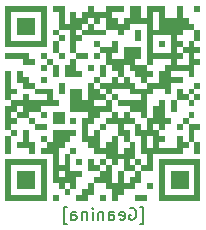
<source format=gbr>
G04 #@! TF.GenerationSoftware,KiCad,Pcbnew,(5.1.6)-1*
G04 #@! TF.CreationDate,2020-07-19T12:45:40+03:00*
G04 #@! TF.ProjectId,AstroPiMicro,41737472-6f50-4694-9d69-63726f2e6b69,1.0.8*
G04 #@! TF.SameCoordinates,Original*
G04 #@! TF.FileFunction,Legend,Bot*
G04 #@! TF.FilePolarity,Positive*
%FSLAX46Y46*%
G04 Gerber Fmt 4.6, Leading zero omitted, Abs format (unit mm)*
G04 Created by KiCad (PCBNEW (5.1.6)-1) date 2020-07-19 12:45:40*
%MOMM*%
%LPD*%
G01*
G04 APERTURE LIST*
%ADD10C,0.150000*%
%ADD11C,0.100000*%
G04 APERTURE END LIST*
D10*
X87469047Y-85185714D02*
X87707142Y-85185714D01*
X87707142Y-83757142D01*
X87469047Y-83757142D01*
X86564285Y-83900000D02*
X86659523Y-83852380D01*
X86802380Y-83852380D01*
X86945238Y-83900000D01*
X87040476Y-83995238D01*
X87088095Y-84090476D01*
X87135714Y-84280952D01*
X87135714Y-84423809D01*
X87088095Y-84614285D01*
X87040476Y-84709523D01*
X86945238Y-84804761D01*
X86802380Y-84852380D01*
X86707142Y-84852380D01*
X86564285Y-84804761D01*
X86516666Y-84757142D01*
X86516666Y-84423809D01*
X86707142Y-84423809D01*
X85707142Y-84804761D02*
X85802380Y-84852380D01*
X85992857Y-84852380D01*
X86088095Y-84804761D01*
X86135714Y-84709523D01*
X86135714Y-84328571D01*
X86088095Y-84233333D01*
X85992857Y-84185714D01*
X85802380Y-84185714D01*
X85707142Y-84233333D01*
X85659523Y-84328571D01*
X85659523Y-84423809D01*
X86135714Y-84519047D01*
X84802380Y-84852380D02*
X84802380Y-84328571D01*
X84850000Y-84233333D01*
X84945238Y-84185714D01*
X85135714Y-84185714D01*
X85230952Y-84233333D01*
X84802380Y-84804761D02*
X84897619Y-84852380D01*
X85135714Y-84852380D01*
X85230952Y-84804761D01*
X85278571Y-84709523D01*
X85278571Y-84614285D01*
X85230952Y-84519047D01*
X85135714Y-84471428D01*
X84897619Y-84471428D01*
X84802380Y-84423809D01*
X84326190Y-84185714D02*
X84326190Y-84852380D01*
X84326190Y-84280952D02*
X84278571Y-84233333D01*
X84183333Y-84185714D01*
X84040476Y-84185714D01*
X83945238Y-84233333D01*
X83897619Y-84328571D01*
X83897619Y-84852380D01*
X83421428Y-84852380D02*
X83421428Y-84185714D01*
X83421428Y-83852380D02*
X83469047Y-83900000D01*
X83421428Y-83947619D01*
X83373809Y-83900000D01*
X83421428Y-83852380D01*
X83421428Y-83947619D01*
X82945238Y-84185714D02*
X82945238Y-84852380D01*
X82945238Y-84280952D02*
X82897619Y-84233333D01*
X82802380Y-84185714D01*
X82659523Y-84185714D01*
X82564285Y-84233333D01*
X82516666Y-84328571D01*
X82516666Y-84852380D01*
X81611904Y-84852380D02*
X81611904Y-84328571D01*
X81659523Y-84233333D01*
X81754761Y-84185714D01*
X81945238Y-84185714D01*
X82040476Y-84233333D01*
X81611904Y-84804761D02*
X81707142Y-84852380D01*
X81945238Y-84852380D01*
X82040476Y-84804761D01*
X82088095Y-84709523D01*
X82088095Y-84614285D01*
X82040476Y-84519047D01*
X81945238Y-84471428D01*
X81707142Y-84471428D01*
X81611904Y-84423809D01*
X81230952Y-85185714D02*
X80992857Y-85185714D01*
X80992857Y-83757142D01*
X81230952Y-83757142D01*
D11*
G36*
X76550000Y-82750000D02*
G01*
X76550000Y-83250000D01*
X76050000Y-83250000D01*
X76050000Y-82750000D01*
X76550000Y-82750000D01*
G37*
G36*
X77050000Y-82750000D02*
G01*
X77050000Y-83250000D01*
X76550000Y-83250000D01*
X76550000Y-82750000D01*
X77050000Y-82750000D01*
G37*
G36*
X77550000Y-82750000D02*
G01*
X77550000Y-83250000D01*
X77050000Y-83250000D01*
X77050000Y-82750000D01*
X77550000Y-82750000D01*
G37*
G36*
X78050000Y-82750000D02*
G01*
X78050000Y-83250000D01*
X77550000Y-83250000D01*
X77550000Y-82750000D01*
X78050000Y-82750000D01*
G37*
G36*
X78550000Y-82750000D02*
G01*
X78550000Y-83250000D01*
X78050000Y-83250000D01*
X78050000Y-82750000D01*
X78550000Y-82750000D01*
G37*
G36*
X79050000Y-82750000D02*
G01*
X79050000Y-83250000D01*
X78550000Y-83250000D01*
X78550000Y-82750000D01*
X79050000Y-82750000D01*
G37*
G36*
X79550000Y-82750000D02*
G01*
X79550000Y-83250000D01*
X79050000Y-83250000D01*
X79050000Y-82750000D01*
X79550000Y-82750000D01*
G37*
G36*
X80550000Y-82750000D02*
G01*
X80550000Y-83250000D01*
X80050000Y-83250000D01*
X80050000Y-82750000D01*
X80550000Y-82750000D01*
G37*
G36*
X82550000Y-82750000D02*
G01*
X82550000Y-83250000D01*
X82050000Y-83250000D01*
X82050000Y-82750000D01*
X82550000Y-82750000D01*
G37*
G36*
X83050000Y-82750000D02*
G01*
X83050000Y-83250000D01*
X82550000Y-83250000D01*
X82550000Y-82750000D01*
X83050000Y-82750000D01*
G37*
G36*
X84550000Y-82750000D02*
G01*
X84550000Y-83250000D01*
X84050000Y-83250000D01*
X84050000Y-82750000D01*
X84550000Y-82750000D01*
G37*
G36*
X85550000Y-82750000D02*
G01*
X85550000Y-83250000D01*
X85050000Y-83250000D01*
X85050000Y-82750000D01*
X85550000Y-82750000D01*
G37*
G36*
X87550000Y-82750000D02*
G01*
X87550000Y-83250000D01*
X87050000Y-83250000D01*
X87050000Y-82750000D01*
X87550000Y-82750000D01*
G37*
G36*
X88050000Y-82750000D02*
G01*
X88050000Y-83250000D01*
X87550000Y-83250000D01*
X87550000Y-82750000D01*
X88050000Y-82750000D01*
G37*
G36*
X89550000Y-82750000D02*
G01*
X89550000Y-83250000D01*
X89050000Y-83250000D01*
X89050000Y-82750000D01*
X89550000Y-82750000D01*
G37*
G36*
X90050000Y-82750000D02*
G01*
X90050000Y-83250000D01*
X89550000Y-83250000D01*
X89550000Y-82750000D01*
X90050000Y-82750000D01*
G37*
G36*
X90550000Y-82750000D02*
G01*
X90550000Y-83250000D01*
X90050000Y-83250000D01*
X90050000Y-82750000D01*
X90550000Y-82750000D01*
G37*
G36*
X91050000Y-82750000D02*
G01*
X91050000Y-83250000D01*
X90550000Y-83250000D01*
X90550000Y-82750000D01*
X91050000Y-82750000D01*
G37*
G36*
X91550000Y-82750000D02*
G01*
X91550000Y-83250000D01*
X91050000Y-83250000D01*
X91050000Y-82750000D01*
X91550000Y-82750000D01*
G37*
G36*
X92050000Y-82750000D02*
G01*
X92050000Y-83250000D01*
X91550000Y-83250000D01*
X91550000Y-82750000D01*
X92050000Y-82750000D01*
G37*
G36*
X92550000Y-82750000D02*
G01*
X92550000Y-83250000D01*
X92050000Y-83250000D01*
X92050000Y-82750000D01*
X92550000Y-82750000D01*
G37*
G36*
X76550000Y-82250000D02*
G01*
X76550000Y-82750000D01*
X76050000Y-82750000D01*
X76050000Y-82250000D01*
X76550000Y-82250000D01*
G37*
G36*
X79550000Y-82250000D02*
G01*
X79550000Y-82750000D01*
X79050000Y-82750000D01*
X79050000Y-82250000D01*
X79550000Y-82250000D01*
G37*
G36*
X81550000Y-82250000D02*
G01*
X81550000Y-82750000D01*
X81050000Y-82750000D01*
X81050000Y-82250000D01*
X81550000Y-82250000D01*
G37*
G36*
X83050000Y-82250000D02*
G01*
X83050000Y-82750000D01*
X82550000Y-82750000D01*
X82550000Y-82250000D01*
X83050000Y-82250000D01*
G37*
G36*
X83550000Y-82250000D02*
G01*
X83550000Y-82750000D01*
X83050000Y-82750000D01*
X83050000Y-82250000D01*
X83550000Y-82250000D01*
G37*
G36*
X85550000Y-82250000D02*
G01*
X85550000Y-82750000D01*
X85050000Y-82750000D01*
X85050000Y-82250000D01*
X85550000Y-82250000D01*
G37*
G36*
X86050000Y-82250000D02*
G01*
X86050000Y-82750000D01*
X85550000Y-82750000D01*
X85550000Y-82250000D01*
X86050000Y-82250000D01*
G37*
G36*
X89550000Y-82250000D02*
G01*
X89550000Y-82750000D01*
X89050000Y-82750000D01*
X89050000Y-82250000D01*
X89550000Y-82250000D01*
G37*
G36*
X92550000Y-82250000D02*
G01*
X92550000Y-82750000D01*
X92050000Y-82750000D01*
X92050000Y-82250000D01*
X92550000Y-82250000D01*
G37*
G36*
X76550000Y-81750000D02*
G01*
X76550000Y-82250000D01*
X76050000Y-82250000D01*
X76050000Y-81750000D01*
X76550000Y-81750000D01*
G37*
G36*
X77550000Y-81750000D02*
G01*
X77550000Y-82250000D01*
X77050000Y-82250000D01*
X77050000Y-81750000D01*
X77550000Y-81750000D01*
G37*
G36*
X78050000Y-81750000D02*
G01*
X78050000Y-82250000D01*
X77550000Y-82250000D01*
X77550000Y-81750000D01*
X78050000Y-81750000D01*
G37*
G36*
X78550000Y-81750000D02*
G01*
X78550000Y-82250000D01*
X78050000Y-82250000D01*
X78050000Y-81750000D01*
X78550000Y-81750000D01*
G37*
G36*
X79550000Y-81750000D02*
G01*
X79550000Y-82250000D01*
X79050000Y-82250000D01*
X79050000Y-81750000D01*
X79550000Y-81750000D01*
G37*
G36*
X81050000Y-81750000D02*
G01*
X81050000Y-82250000D01*
X80550000Y-82250000D01*
X80550000Y-81750000D01*
X81050000Y-81750000D01*
G37*
G36*
X82050000Y-81750000D02*
G01*
X82050000Y-82250000D01*
X81550000Y-82250000D01*
X81550000Y-81750000D01*
X82050000Y-81750000D01*
G37*
G36*
X83550000Y-81750000D02*
G01*
X83550000Y-82250000D01*
X83050000Y-82250000D01*
X83050000Y-81750000D01*
X83550000Y-81750000D01*
G37*
G36*
X85050000Y-81750000D02*
G01*
X85050000Y-82250000D01*
X84550000Y-82250000D01*
X84550000Y-81750000D01*
X85050000Y-81750000D01*
G37*
G36*
X85550000Y-81750000D02*
G01*
X85550000Y-82250000D01*
X85050000Y-82250000D01*
X85050000Y-81750000D01*
X85550000Y-81750000D01*
G37*
G36*
X86050000Y-81750000D02*
G01*
X86050000Y-82250000D01*
X85550000Y-82250000D01*
X85550000Y-81750000D01*
X86050000Y-81750000D01*
G37*
G36*
X86550000Y-81750000D02*
G01*
X86550000Y-82250000D01*
X86050000Y-82250000D01*
X86050000Y-81750000D01*
X86550000Y-81750000D01*
G37*
G36*
X87050000Y-81750000D02*
G01*
X87050000Y-82250000D01*
X86550000Y-82250000D01*
X86550000Y-81750000D01*
X87050000Y-81750000D01*
G37*
G36*
X88550000Y-81750000D02*
G01*
X88550000Y-82250000D01*
X88050000Y-82250000D01*
X88050000Y-81750000D01*
X88550000Y-81750000D01*
G37*
G36*
X89550000Y-81750000D02*
G01*
X89550000Y-82250000D01*
X89050000Y-82250000D01*
X89050000Y-81750000D01*
X89550000Y-81750000D01*
G37*
G36*
X90550000Y-81750000D02*
G01*
X90550000Y-82250000D01*
X90050000Y-82250000D01*
X90050000Y-81750000D01*
X90550000Y-81750000D01*
G37*
G36*
X91050000Y-81750000D02*
G01*
X91050000Y-82250000D01*
X90550000Y-82250000D01*
X90550000Y-81750000D01*
X91050000Y-81750000D01*
G37*
G36*
X91550000Y-81750000D02*
G01*
X91550000Y-82250000D01*
X91050000Y-82250000D01*
X91050000Y-81750000D01*
X91550000Y-81750000D01*
G37*
G36*
X92550000Y-81750000D02*
G01*
X92550000Y-82250000D01*
X92050000Y-82250000D01*
X92050000Y-81750000D01*
X92550000Y-81750000D01*
G37*
G36*
X76550000Y-81250000D02*
G01*
X76550000Y-81750000D01*
X76050000Y-81750000D01*
X76050000Y-81250000D01*
X76550000Y-81250000D01*
G37*
G36*
X77550000Y-81250000D02*
G01*
X77550000Y-81750000D01*
X77050000Y-81750000D01*
X77050000Y-81250000D01*
X77550000Y-81250000D01*
G37*
G36*
X78050000Y-81250000D02*
G01*
X78050000Y-81750000D01*
X77550000Y-81750000D01*
X77550000Y-81250000D01*
X78050000Y-81250000D01*
G37*
G36*
X78550000Y-81250000D02*
G01*
X78550000Y-81750000D01*
X78050000Y-81750000D01*
X78050000Y-81250000D01*
X78550000Y-81250000D01*
G37*
G36*
X79550000Y-81250000D02*
G01*
X79550000Y-81750000D01*
X79050000Y-81750000D01*
X79050000Y-81250000D01*
X79550000Y-81250000D01*
G37*
G36*
X80550000Y-81250000D02*
G01*
X80550000Y-81750000D01*
X80050000Y-81750000D01*
X80050000Y-81250000D01*
X80550000Y-81250000D01*
G37*
G36*
X81050000Y-81250000D02*
G01*
X81050000Y-81750000D01*
X80550000Y-81750000D01*
X80550000Y-81250000D01*
X81050000Y-81250000D01*
G37*
G36*
X81550000Y-81250000D02*
G01*
X81550000Y-81750000D01*
X81050000Y-81750000D01*
X81050000Y-81250000D01*
X81550000Y-81250000D01*
G37*
G36*
X82050000Y-81250000D02*
G01*
X82050000Y-81750000D01*
X81550000Y-81750000D01*
X81550000Y-81250000D01*
X82050000Y-81250000D01*
G37*
G36*
X84050000Y-81250000D02*
G01*
X84050000Y-81750000D01*
X83550000Y-81750000D01*
X83550000Y-81250000D01*
X84050000Y-81250000D01*
G37*
G36*
X84550000Y-81250000D02*
G01*
X84550000Y-81750000D01*
X84050000Y-81750000D01*
X84050000Y-81250000D01*
X84550000Y-81250000D01*
G37*
G36*
X85050000Y-81250000D02*
G01*
X85050000Y-81750000D01*
X84550000Y-81750000D01*
X84550000Y-81250000D01*
X85050000Y-81250000D01*
G37*
G36*
X86050000Y-81250000D02*
G01*
X86050000Y-81750000D01*
X85550000Y-81750000D01*
X85550000Y-81250000D01*
X86050000Y-81250000D01*
G37*
G36*
X87050000Y-81250000D02*
G01*
X87050000Y-81750000D01*
X86550000Y-81750000D01*
X86550000Y-81250000D01*
X87050000Y-81250000D01*
G37*
G36*
X87550000Y-81250000D02*
G01*
X87550000Y-81750000D01*
X87050000Y-81750000D01*
X87050000Y-81250000D01*
X87550000Y-81250000D01*
G37*
G36*
X89550000Y-81250000D02*
G01*
X89550000Y-81750000D01*
X89050000Y-81750000D01*
X89050000Y-81250000D01*
X89550000Y-81250000D01*
G37*
G36*
X90550000Y-81250000D02*
G01*
X90550000Y-81750000D01*
X90050000Y-81750000D01*
X90050000Y-81250000D01*
X90550000Y-81250000D01*
G37*
G36*
X91050000Y-81250000D02*
G01*
X91050000Y-81750000D01*
X90550000Y-81750000D01*
X90550000Y-81250000D01*
X91050000Y-81250000D01*
G37*
G36*
X91550000Y-81250000D02*
G01*
X91550000Y-81750000D01*
X91050000Y-81750000D01*
X91050000Y-81250000D01*
X91550000Y-81250000D01*
G37*
G36*
X92550000Y-81250000D02*
G01*
X92550000Y-81750000D01*
X92050000Y-81750000D01*
X92050000Y-81250000D01*
X92550000Y-81250000D01*
G37*
G36*
X76550000Y-80750000D02*
G01*
X76550000Y-81250000D01*
X76050000Y-81250000D01*
X76050000Y-80750000D01*
X76550000Y-80750000D01*
G37*
G36*
X77550000Y-80750000D02*
G01*
X77550000Y-81250000D01*
X77050000Y-81250000D01*
X77050000Y-80750000D01*
X77550000Y-80750000D01*
G37*
G36*
X78050000Y-80750000D02*
G01*
X78050000Y-81250000D01*
X77550000Y-81250000D01*
X77550000Y-80750000D01*
X78050000Y-80750000D01*
G37*
G36*
X78550000Y-80750000D02*
G01*
X78550000Y-81250000D01*
X78050000Y-81250000D01*
X78050000Y-80750000D01*
X78550000Y-80750000D01*
G37*
G36*
X79550000Y-80750000D02*
G01*
X79550000Y-81250000D01*
X79050000Y-81250000D01*
X79050000Y-80750000D01*
X79550000Y-80750000D01*
G37*
G36*
X80550000Y-80750000D02*
G01*
X80550000Y-81250000D01*
X80050000Y-81250000D01*
X80050000Y-80750000D01*
X80550000Y-80750000D01*
G37*
G36*
X81550000Y-80750000D02*
G01*
X81550000Y-81250000D01*
X81050000Y-81250000D01*
X81050000Y-80750000D01*
X81550000Y-80750000D01*
G37*
G36*
X82050000Y-80750000D02*
G01*
X82050000Y-81250000D01*
X81550000Y-81250000D01*
X81550000Y-80750000D01*
X82050000Y-80750000D01*
G37*
G36*
X82550000Y-80750000D02*
G01*
X82550000Y-81250000D01*
X82050000Y-81250000D01*
X82050000Y-80750000D01*
X82550000Y-80750000D01*
G37*
G36*
X84550000Y-80750000D02*
G01*
X84550000Y-81250000D01*
X84050000Y-81250000D01*
X84050000Y-80750000D01*
X84550000Y-80750000D01*
G37*
G36*
X85050000Y-80750000D02*
G01*
X85050000Y-81250000D01*
X84550000Y-81250000D01*
X84550000Y-80750000D01*
X85050000Y-80750000D01*
G37*
G36*
X86050000Y-80750000D02*
G01*
X86050000Y-81250000D01*
X85550000Y-81250000D01*
X85550000Y-80750000D01*
X86050000Y-80750000D01*
G37*
G36*
X87550000Y-80750000D02*
G01*
X87550000Y-81250000D01*
X87050000Y-81250000D01*
X87050000Y-80750000D01*
X87550000Y-80750000D01*
G37*
G36*
X89550000Y-80750000D02*
G01*
X89550000Y-81250000D01*
X89050000Y-81250000D01*
X89050000Y-80750000D01*
X89550000Y-80750000D01*
G37*
G36*
X90550000Y-80750000D02*
G01*
X90550000Y-81250000D01*
X90050000Y-81250000D01*
X90050000Y-80750000D01*
X90550000Y-80750000D01*
G37*
G36*
X91050000Y-80750000D02*
G01*
X91050000Y-81250000D01*
X90550000Y-81250000D01*
X90550000Y-80750000D01*
X91050000Y-80750000D01*
G37*
G36*
X91550000Y-80750000D02*
G01*
X91550000Y-81250000D01*
X91050000Y-81250000D01*
X91050000Y-80750000D01*
X91550000Y-80750000D01*
G37*
G36*
X92550000Y-80750000D02*
G01*
X92550000Y-81250000D01*
X92050000Y-81250000D01*
X92050000Y-80750000D01*
X92550000Y-80750000D01*
G37*
G36*
X76550000Y-80250000D02*
G01*
X76550000Y-80750000D01*
X76050000Y-80750000D01*
X76050000Y-80250000D01*
X76550000Y-80250000D01*
G37*
G36*
X79550000Y-80250000D02*
G01*
X79550000Y-80750000D01*
X79050000Y-80750000D01*
X79050000Y-80250000D01*
X79550000Y-80250000D01*
G37*
G36*
X80550000Y-80250000D02*
G01*
X80550000Y-80750000D01*
X80050000Y-80750000D01*
X80050000Y-80250000D01*
X80550000Y-80250000D01*
G37*
G36*
X81050000Y-80250000D02*
G01*
X81050000Y-80750000D01*
X80550000Y-80750000D01*
X80550000Y-80250000D01*
X81050000Y-80250000D01*
G37*
G36*
X81550000Y-80250000D02*
G01*
X81550000Y-80750000D01*
X81050000Y-80750000D01*
X81050000Y-80250000D01*
X81550000Y-80250000D01*
G37*
G36*
X83550000Y-80250000D02*
G01*
X83550000Y-80750000D01*
X83050000Y-80750000D01*
X83050000Y-80250000D01*
X83550000Y-80250000D01*
G37*
G36*
X84050000Y-80250000D02*
G01*
X84050000Y-80750000D01*
X83550000Y-80750000D01*
X83550000Y-80250000D01*
X84050000Y-80250000D01*
G37*
G36*
X85050000Y-80250000D02*
G01*
X85050000Y-80750000D01*
X84550000Y-80750000D01*
X84550000Y-80250000D01*
X85050000Y-80250000D01*
G37*
G36*
X86550000Y-80250000D02*
G01*
X86550000Y-80750000D01*
X86050000Y-80750000D01*
X86050000Y-80250000D01*
X86550000Y-80250000D01*
G37*
G36*
X87050000Y-80250000D02*
G01*
X87050000Y-80750000D01*
X86550000Y-80750000D01*
X86550000Y-80250000D01*
X87050000Y-80250000D01*
G37*
G36*
X88050000Y-80250000D02*
G01*
X88050000Y-80750000D01*
X87550000Y-80750000D01*
X87550000Y-80250000D01*
X88050000Y-80250000D01*
G37*
G36*
X88550000Y-80250000D02*
G01*
X88550000Y-80750000D01*
X88050000Y-80750000D01*
X88050000Y-80250000D01*
X88550000Y-80250000D01*
G37*
G36*
X89550000Y-80250000D02*
G01*
X89550000Y-80750000D01*
X89050000Y-80750000D01*
X89050000Y-80250000D01*
X89550000Y-80250000D01*
G37*
G36*
X92550000Y-80250000D02*
G01*
X92550000Y-80750000D01*
X92050000Y-80750000D01*
X92050000Y-80250000D01*
X92550000Y-80250000D01*
G37*
G36*
X76550000Y-79750000D02*
G01*
X76550000Y-80250000D01*
X76050000Y-80250000D01*
X76050000Y-79750000D01*
X76550000Y-79750000D01*
G37*
G36*
X77050000Y-79750000D02*
G01*
X77050000Y-80250000D01*
X76550000Y-80250000D01*
X76550000Y-79750000D01*
X77050000Y-79750000D01*
G37*
G36*
X77550000Y-79750000D02*
G01*
X77550000Y-80250000D01*
X77050000Y-80250000D01*
X77050000Y-79750000D01*
X77550000Y-79750000D01*
G37*
G36*
X78050000Y-79750000D02*
G01*
X78050000Y-80250000D01*
X77550000Y-80250000D01*
X77550000Y-79750000D01*
X78050000Y-79750000D01*
G37*
G36*
X78550000Y-79750000D02*
G01*
X78550000Y-80250000D01*
X78050000Y-80250000D01*
X78050000Y-79750000D01*
X78550000Y-79750000D01*
G37*
G36*
X79050000Y-79750000D02*
G01*
X79050000Y-80250000D01*
X78550000Y-80250000D01*
X78550000Y-79750000D01*
X79050000Y-79750000D01*
G37*
G36*
X79550000Y-79750000D02*
G01*
X79550000Y-80250000D01*
X79050000Y-80250000D01*
X79050000Y-79750000D01*
X79550000Y-79750000D01*
G37*
G36*
X80550000Y-79750000D02*
G01*
X80550000Y-80250000D01*
X80050000Y-80250000D01*
X80050000Y-79750000D01*
X80550000Y-79750000D01*
G37*
G36*
X81550000Y-79750000D02*
G01*
X81550000Y-80250000D01*
X81050000Y-80250000D01*
X81050000Y-79750000D01*
X81550000Y-79750000D01*
G37*
G36*
X82550000Y-79750000D02*
G01*
X82550000Y-80250000D01*
X82050000Y-80250000D01*
X82050000Y-79750000D01*
X82550000Y-79750000D01*
G37*
G36*
X83550000Y-79750000D02*
G01*
X83550000Y-80250000D01*
X83050000Y-80250000D01*
X83050000Y-79750000D01*
X83550000Y-79750000D01*
G37*
G36*
X84550000Y-79750000D02*
G01*
X84550000Y-80250000D01*
X84050000Y-80250000D01*
X84050000Y-79750000D01*
X84550000Y-79750000D01*
G37*
G36*
X85550000Y-79750000D02*
G01*
X85550000Y-80250000D01*
X85050000Y-80250000D01*
X85050000Y-79750000D01*
X85550000Y-79750000D01*
G37*
G36*
X86550000Y-79750000D02*
G01*
X86550000Y-80250000D01*
X86050000Y-80250000D01*
X86050000Y-79750000D01*
X86550000Y-79750000D01*
G37*
G36*
X87550000Y-79750000D02*
G01*
X87550000Y-80250000D01*
X87050000Y-80250000D01*
X87050000Y-79750000D01*
X87550000Y-79750000D01*
G37*
G36*
X88550000Y-79750000D02*
G01*
X88550000Y-80250000D01*
X88050000Y-80250000D01*
X88050000Y-79750000D01*
X88550000Y-79750000D01*
G37*
G36*
X89550000Y-79750000D02*
G01*
X89550000Y-80250000D01*
X89050000Y-80250000D01*
X89050000Y-79750000D01*
X89550000Y-79750000D01*
G37*
G36*
X90050000Y-79750000D02*
G01*
X90050000Y-80250000D01*
X89550000Y-80250000D01*
X89550000Y-79750000D01*
X90050000Y-79750000D01*
G37*
G36*
X90550000Y-79750000D02*
G01*
X90550000Y-80250000D01*
X90050000Y-80250000D01*
X90050000Y-79750000D01*
X90550000Y-79750000D01*
G37*
G36*
X91050000Y-79750000D02*
G01*
X91050000Y-80250000D01*
X90550000Y-80250000D01*
X90550000Y-79750000D01*
X91050000Y-79750000D01*
G37*
G36*
X91550000Y-79750000D02*
G01*
X91550000Y-80250000D01*
X91050000Y-80250000D01*
X91050000Y-79750000D01*
X91550000Y-79750000D01*
G37*
G36*
X92050000Y-79750000D02*
G01*
X92050000Y-80250000D01*
X91550000Y-80250000D01*
X91550000Y-79750000D01*
X92050000Y-79750000D01*
G37*
G36*
X92550000Y-79750000D02*
G01*
X92550000Y-80250000D01*
X92050000Y-80250000D01*
X92050000Y-79750000D01*
X92550000Y-79750000D01*
G37*
G36*
X80550000Y-79250000D02*
G01*
X80550000Y-79750000D01*
X80050000Y-79750000D01*
X80050000Y-79250000D01*
X80550000Y-79250000D01*
G37*
G36*
X81550000Y-79250000D02*
G01*
X81550000Y-79750000D01*
X81050000Y-79750000D01*
X81050000Y-79250000D01*
X81550000Y-79250000D01*
G37*
G36*
X85050000Y-79250000D02*
G01*
X85050000Y-79750000D01*
X84550000Y-79750000D01*
X84550000Y-79250000D01*
X85050000Y-79250000D01*
G37*
G36*
X85550000Y-79250000D02*
G01*
X85550000Y-79750000D01*
X85050000Y-79750000D01*
X85050000Y-79250000D01*
X85550000Y-79250000D01*
G37*
G36*
X86050000Y-79250000D02*
G01*
X86050000Y-79750000D01*
X85550000Y-79750000D01*
X85550000Y-79250000D01*
X86050000Y-79250000D01*
G37*
G36*
X86550000Y-79250000D02*
G01*
X86550000Y-79750000D01*
X86050000Y-79750000D01*
X86050000Y-79250000D01*
X86550000Y-79250000D01*
G37*
G36*
X87050000Y-79250000D02*
G01*
X87050000Y-79750000D01*
X86550000Y-79750000D01*
X86550000Y-79250000D01*
X87050000Y-79250000D01*
G37*
G36*
X88550000Y-79250000D02*
G01*
X88550000Y-79750000D01*
X88050000Y-79750000D01*
X88050000Y-79250000D01*
X88550000Y-79250000D01*
G37*
G36*
X76550000Y-78750000D02*
G01*
X76550000Y-79250000D01*
X76050000Y-79250000D01*
X76050000Y-78750000D01*
X76550000Y-78750000D01*
G37*
G36*
X78550000Y-78750000D02*
G01*
X78550000Y-79250000D01*
X78050000Y-79250000D01*
X78050000Y-78750000D01*
X78550000Y-78750000D01*
G37*
G36*
X79550000Y-78750000D02*
G01*
X79550000Y-79250000D01*
X79050000Y-79250000D01*
X79050000Y-78750000D01*
X79550000Y-78750000D01*
G37*
G36*
X80050000Y-78750000D02*
G01*
X80050000Y-79250000D01*
X79550000Y-79250000D01*
X79550000Y-78750000D01*
X80050000Y-78750000D01*
G37*
G36*
X80550000Y-78750000D02*
G01*
X80550000Y-79250000D01*
X80050000Y-79250000D01*
X80050000Y-78750000D01*
X80550000Y-78750000D01*
G37*
G36*
X82050000Y-78750000D02*
G01*
X82050000Y-79250000D01*
X81550000Y-79250000D01*
X81550000Y-78750000D01*
X82050000Y-78750000D01*
G37*
G36*
X84050000Y-78750000D02*
G01*
X84050000Y-79250000D01*
X83550000Y-79250000D01*
X83550000Y-78750000D01*
X84050000Y-78750000D01*
G37*
G36*
X84550000Y-78750000D02*
G01*
X84550000Y-79250000D01*
X84050000Y-79250000D01*
X84050000Y-78750000D01*
X84550000Y-78750000D01*
G37*
G36*
X85050000Y-78750000D02*
G01*
X85050000Y-79250000D01*
X84550000Y-79250000D01*
X84550000Y-78750000D01*
X85050000Y-78750000D01*
G37*
G36*
X85550000Y-78750000D02*
G01*
X85550000Y-79250000D01*
X85050000Y-79250000D01*
X85050000Y-78750000D01*
X85550000Y-78750000D01*
G37*
G36*
X86550000Y-78750000D02*
G01*
X86550000Y-79250000D01*
X86050000Y-79250000D01*
X86050000Y-78750000D01*
X86550000Y-78750000D01*
G37*
G36*
X87050000Y-78750000D02*
G01*
X87050000Y-79250000D01*
X86550000Y-79250000D01*
X86550000Y-78750000D01*
X87050000Y-78750000D01*
G37*
G36*
X88050000Y-78750000D02*
G01*
X88050000Y-79250000D01*
X87550000Y-79250000D01*
X87550000Y-78750000D01*
X88050000Y-78750000D01*
G37*
G36*
X88550000Y-78750000D02*
G01*
X88550000Y-79250000D01*
X88050000Y-79250000D01*
X88050000Y-78750000D01*
X88550000Y-78750000D01*
G37*
G36*
X89050000Y-78750000D02*
G01*
X89050000Y-79250000D01*
X88550000Y-79250000D01*
X88550000Y-78750000D01*
X89050000Y-78750000D01*
G37*
G36*
X89550000Y-78750000D02*
G01*
X89550000Y-79250000D01*
X89050000Y-79250000D01*
X89050000Y-78750000D01*
X89550000Y-78750000D01*
G37*
G36*
X90050000Y-78750000D02*
G01*
X90050000Y-79250000D01*
X89550000Y-79250000D01*
X89550000Y-78750000D01*
X90050000Y-78750000D01*
G37*
G36*
X90550000Y-78750000D02*
G01*
X90550000Y-79250000D01*
X90050000Y-79250000D01*
X90050000Y-78750000D01*
X90550000Y-78750000D01*
G37*
G36*
X91050000Y-78750000D02*
G01*
X91050000Y-79250000D01*
X90550000Y-79250000D01*
X90550000Y-78750000D01*
X91050000Y-78750000D01*
G37*
G36*
X92550000Y-78750000D02*
G01*
X92550000Y-79250000D01*
X92050000Y-79250000D01*
X92050000Y-78750000D01*
X92550000Y-78750000D01*
G37*
G36*
X76550000Y-78250000D02*
G01*
X76550000Y-78750000D01*
X76050000Y-78750000D01*
X76050000Y-78250000D01*
X76550000Y-78250000D01*
G37*
G36*
X77550000Y-78250000D02*
G01*
X77550000Y-78750000D01*
X77050000Y-78750000D01*
X77050000Y-78250000D01*
X77550000Y-78250000D01*
G37*
G36*
X78050000Y-78250000D02*
G01*
X78050000Y-78750000D01*
X77550000Y-78750000D01*
X77550000Y-78250000D01*
X78050000Y-78250000D01*
G37*
G36*
X78550000Y-78250000D02*
G01*
X78550000Y-78750000D01*
X78050000Y-78750000D01*
X78050000Y-78250000D01*
X78550000Y-78250000D01*
G37*
G36*
X80050000Y-78250000D02*
G01*
X80050000Y-78750000D01*
X79550000Y-78750000D01*
X79550000Y-78250000D01*
X80050000Y-78250000D01*
G37*
G36*
X80550000Y-78250000D02*
G01*
X80550000Y-78750000D01*
X80050000Y-78750000D01*
X80050000Y-78250000D01*
X80550000Y-78250000D01*
G37*
G36*
X81050000Y-78250000D02*
G01*
X81050000Y-78750000D01*
X80550000Y-78750000D01*
X80550000Y-78250000D01*
X81050000Y-78250000D01*
G37*
G36*
X83550000Y-78250000D02*
G01*
X83550000Y-78750000D01*
X83050000Y-78750000D01*
X83050000Y-78250000D01*
X83550000Y-78250000D01*
G37*
G36*
X84050000Y-78250000D02*
G01*
X84050000Y-78750000D01*
X83550000Y-78750000D01*
X83550000Y-78250000D01*
X84050000Y-78250000D01*
G37*
G36*
X85050000Y-78250000D02*
G01*
X85050000Y-78750000D01*
X84550000Y-78750000D01*
X84550000Y-78250000D01*
X85050000Y-78250000D01*
G37*
G36*
X85550000Y-78250000D02*
G01*
X85550000Y-78750000D01*
X85050000Y-78750000D01*
X85050000Y-78250000D01*
X85550000Y-78250000D01*
G37*
G36*
X87050000Y-78250000D02*
G01*
X87050000Y-78750000D01*
X86550000Y-78750000D01*
X86550000Y-78250000D01*
X87050000Y-78250000D01*
G37*
G36*
X88050000Y-78250000D02*
G01*
X88050000Y-78750000D01*
X87550000Y-78750000D01*
X87550000Y-78250000D01*
X88050000Y-78250000D01*
G37*
G36*
X89050000Y-78250000D02*
G01*
X89050000Y-78750000D01*
X88550000Y-78750000D01*
X88550000Y-78250000D01*
X89050000Y-78250000D01*
G37*
G36*
X91050000Y-78250000D02*
G01*
X91050000Y-78750000D01*
X90550000Y-78750000D01*
X90550000Y-78250000D01*
X91050000Y-78250000D01*
G37*
G36*
X91550000Y-78250000D02*
G01*
X91550000Y-78750000D01*
X91050000Y-78750000D01*
X91050000Y-78250000D01*
X91550000Y-78250000D01*
G37*
G36*
X92550000Y-78250000D02*
G01*
X92550000Y-78750000D01*
X92050000Y-78750000D01*
X92050000Y-78250000D01*
X92550000Y-78250000D01*
G37*
G36*
X76550000Y-77750000D02*
G01*
X76550000Y-78250000D01*
X76050000Y-78250000D01*
X76050000Y-77750000D01*
X76550000Y-77750000D01*
G37*
G36*
X78050000Y-77750000D02*
G01*
X78050000Y-78250000D01*
X77550000Y-78250000D01*
X77550000Y-77750000D01*
X78050000Y-77750000D01*
G37*
G36*
X79550000Y-77750000D02*
G01*
X79550000Y-78250000D01*
X79050000Y-78250000D01*
X79050000Y-77750000D01*
X79550000Y-77750000D01*
G37*
G36*
X80550000Y-77750000D02*
G01*
X80550000Y-78250000D01*
X80050000Y-78250000D01*
X80050000Y-77750000D01*
X80550000Y-77750000D01*
G37*
G36*
X81050000Y-77750000D02*
G01*
X81050000Y-78250000D01*
X80550000Y-78250000D01*
X80550000Y-77750000D01*
X81050000Y-77750000D01*
G37*
G36*
X81550000Y-77750000D02*
G01*
X81550000Y-78250000D01*
X81050000Y-78250000D01*
X81050000Y-77750000D01*
X81550000Y-77750000D01*
G37*
G36*
X83050000Y-77750000D02*
G01*
X83050000Y-78250000D01*
X82550000Y-78250000D01*
X82550000Y-77750000D01*
X83050000Y-77750000D01*
G37*
G36*
X83550000Y-77750000D02*
G01*
X83550000Y-78250000D01*
X83050000Y-78250000D01*
X83050000Y-77750000D01*
X83550000Y-77750000D01*
G37*
G36*
X84050000Y-77750000D02*
G01*
X84050000Y-78250000D01*
X83550000Y-78250000D01*
X83550000Y-77750000D01*
X84050000Y-77750000D01*
G37*
G36*
X85550000Y-77750000D02*
G01*
X85550000Y-78250000D01*
X85050000Y-78250000D01*
X85050000Y-77750000D01*
X85550000Y-77750000D01*
G37*
G36*
X86550000Y-77750000D02*
G01*
X86550000Y-78250000D01*
X86050000Y-78250000D01*
X86050000Y-77750000D01*
X86550000Y-77750000D01*
G37*
G36*
X88050000Y-77750000D02*
G01*
X88050000Y-78250000D01*
X87550000Y-78250000D01*
X87550000Y-77750000D01*
X88050000Y-77750000D01*
G37*
G36*
X89050000Y-77750000D02*
G01*
X89050000Y-78250000D01*
X88550000Y-78250000D01*
X88550000Y-77750000D01*
X89050000Y-77750000D01*
G37*
G36*
X89550000Y-77750000D02*
G01*
X89550000Y-78250000D01*
X89050000Y-78250000D01*
X89050000Y-77750000D01*
X89550000Y-77750000D01*
G37*
G36*
X91050000Y-77750000D02*
G01*
X91050000Y-78250000D01*
X90550000Y-78250000D01*
X90550000Y-77750000D01*
X91050000Y-77750000D01*
G37*
G36*
X92050000Y-77750000D02*
G01*
X92050000Y-78250000D01*
X91550000Y-78250000D01*
X91550000Y-77750000D01*
X92050000Y-77750000D01*
G37*
G36*
X77050000Y-77250000D02*
G01*
X77050000Y-77750000D01*
X76550000Y-77750000D01*
X76550000Y-77250000D01*
X77050000Y-77250000D01*
G37*
G36*
X78050000Y-77250000D02*
G01*
X78050000Y-77750000D01*
X77550000Y-77750000D01*
X77550000Y-77250000D01*
X78050000Y-77250000D01*
G37*
G36*
X80550000Y-77250000D02*
G01*
X80550000Y-77750000D01*
X80050000Y-77750000D01*
X80050000Y-77250000D01*
X80550000Y-77250000D01*
G37*
G36*
X81050000Y-77250000D02*
G01*
X81050000Y-77750000D01*
X80550000Y-77750000D01*
X80550000Y-77250000D01*
X81050000Y-77250000D01*
G37*
G36*
X81550000Y-77250000D02*
G01*
X81550000Y-77750000D01*
X81050000Y-77750000D01*
X81050000Y-77250000D01*
X81550000Y-77250000D01*
G37*
G36*
X82050000Y-77250000D02*
G01*
X82050000Y-77750000D01*
X81550000Y-77750000D01*
X81550000Y-77250000D01*
X82050000Y-77250000D01*
G37*
G36*
X83050000Y-77250000D02*
G01*
X83050000Y-77750000D01*
X82550000Y-77750000D01*
X82550000Y-77250000D01*
X83050000Y-77250000D01*
G37*
G36*
X84050000Y-77250000D02*
G01*
X84050000Y-77750000D01*
X83550000Y-77750000D01*
X83550000Y-77250000D01*
X84050000Y-77250000D01*
G37*
G36*
X86050000Y-77250000D02*
G01*
X86050000Y-77750000D01*
X85550000Y-77750000D01*
X85550000Y-77250000D01*
X86050000Y-77250000D01*
G37*
G36*
X86550000Y-77250000D02*
G01*
X86550000Y-77750000D01*
X86050000Y-77750000D01*
X86050000Y-77250000D01*
X86550000Y-77250000D01*
G37*
G36*
X87550000Y-77250000D02*
G01*
X87550000Y-77750000D01*
X87050000Y-77750000D01*
X87050000Y-77250000D01*
X87550000Y-77250000D01*
G37*
G36*
X88050000Y-77250000D02*
G01*
X88050000Y-77750000D01*
X87550000Y-77750000D01*
X87550000Y-77250000D01*
X88050000Y-77250000D01*
G37*
G36*
X88550000Y-77250000D02*
G01*
X88550000Y-77750000D01*
X88050000Y-77750000D01*
X88050000Y-77250000D01*
X88550000Y-77250000D01*
G37*
G36*
X89050000Y-77250000D02*
G01*
X89050000Y-77750000D01*
X88550000Y-77750000D01*
X88550000Y-77250000D01*
X89050000Y-77250000D01*
G37*
G36*
X92050000Y-77250000D02*
G01*
X92050000Y-77750000D01*
X91550000Y-77750000D01*
X91550000Y-77250000D01*
X92050000Y-77250000D01*
G37*
G36*
X76550000Y-76750000D02*
G01*
X76550000Y-77250000D01*
X76050000Y-77250000D01*
X76050000Y-76750000D01*
X76550000Y-76750000D01*
G37*
G36*
X79050000Y-76750000D02*
G01*
X79050000Y-77250000D01*
X78550000Y-77250000D01*
X78550000Y-76750000D01*
X79050000Y-76750000D01*
G37*
G36*
X79550000Y-76750000D02*
G01*
X79550000Y-77250000D01*
X79050000Y-77250000D01*
X79050000Y-76750000D01*
X79550000Y-76750000D01*
G37*
G36*
X83050000Y-76750000D02*
G01*
X83050000Y-77250000D01*
X82550000Y-77250000D01*
X82550000Y-76750000D01*
X83050000Y-76750000D01*
G37*
G36*
X84550000Y-76750000D02*
G01*
X84550000Y-77250000D01*
X84050000Y-77250000D01*
X84050000Y-76750000D01*
X84550000Y-76750000D01*
G37*
G36*
X86050000Y-76750000D02*
G01*
X86050000Y-77250000D01*
X85550000Y-77250000D01*
X85550000Y-76750000D01*
X86050000Y-76750000D01*
G37*
G36*
X87550000Y-76750000D02*
G01*
X87550000Y-77250000D01*
X87050000Y-77250000D01*
X87050000Y-76750000D01*
X87550000Y-76750000D01*
G37*
G36*
X88550000Y-76750000D02*
G01*
X88550000Y-77250000D01*
X88050000Y-77250000D01*
X88050000Y-76750000D01*
X88550000Y-76750000D01*
G37*
G36*
X89550000Y-76750000D02*
G01*
X89550000Y-77250000D01*
X89050000Y-77250000D01*
X89050000Y-76750000D01*
X89550000Y-76750000D01*
G37*
G36*
X91050000Y-76750000D02*
G01*
X91050000Y-77250000D01*
X90550000Y-77250000D01*
X90550000Y-76750000D01*
X91050000Y-76750000D01*
G37*
G36*
X92050000Y-76750000D02*
G01*
X92050000Y-77250000D01*
X91550000Y-77250000D01*
X91550000Y-76750000D01*
X92050000Y-76750000D01*
G37*
G36*
X92550000Y-76750000D02*
G01*
X92550000Y-77250000D01*
X92050000Y-77250000D01*
X92050000Y-76750000D01*
X92550000Y-76750000D01*
G37*
G36*
X76550000Y-76250000D02*
G01*
X76550000Y-76750000D01*
X76050000Y-76750000D01*
X76050000Y-76250000D01*
X76550000Y-76250000D01*
G37*
G36*
X77050000Y-76250000D02*
G01*
X77050000Y-76750000D01*
X76550000Y-76750000D01*
X76550000Y-76250000D01*
X77050000Y-76250000D01*
G37*
G36*
X78550000Y-76250000D02*
G01*
X78550000Y-76750000D01*
X78050000Y-76750000D01*
X78050000Y-76250000D01*
X78550000Y-76250000D01*
G37*
G36*
X80550000Y-76250000D02*
G01*
X80550000Y-76750000D01*
X80050000Y-76750000D01*
X80050000Y-76250000D01*
X80550000Y-76250000D01*
G37*
G36*
X81050000Y-76250000D02*
G01*
X81050000Y-76750000D01*
X80550000Y-76750000D01*
X80550000Y-76250000D01*
X81050000Y-76250000D01*
G37*
G36*
X82050000Y-76250000D02*
G01*
X82050000Y-76750000D01*
X81550000Y-76750000D01*
X81550000Y-76250000D01*
X82050000Y-76250000D01*
G37*
G36*
X83050000Y-76250000D02*
G01*
X83050000Y-76750000D01*
X82550000Y-76750000D01*
X82550000Y-76250000D01*
X83050000Y-76250000D01*
G37*
G36*
X83550000Y-76250000D02*
G01*
X83550000Y-76750000D01*
X83050000Y-76750000D01*
X83050000Y-76250000D01*
X83550000Y-76250000D01*
G37*
G36*
X85050000Y-76250000D02*
G01*
X85050000Y-76750000D01*
X84550000Y-76750000D01*
X84550000Y-76250000D01*
X85050000Y-76250000D01*
G37*
G36*
X85550000Y-76250000D02*
G01*
X85550000Y-76750000D01*
X85050000Y-76750000D01*
X85050000Y-76250000D01*
X85550000Y-76250000D01*
G37*
G36*
X86050000Y-76250000D02*
G01*
X86050000Y-76750000D01*
X85550000Y-76750000D01*
X85550000Y-76250000D01*
X86050000Y-76250000D01*
G37*
G36*
X86550000Y-76250000D02*
G01*
X86550000Y-76750000D01*
X86050000Y-76750000D01*
X86050000Y-76250000D01*
X86550000Y-76250000D01*
G37*
G36*
X87050000Y-76250000D02*
G01*
X87050000Y-76750000D01*
X86550000Y-76750000D01*
X86550000Y-76250000D01*
X87050000Y-76250000D01*
G37*
G36*
X88550000Y-76250000D02*
G01*
X88550000Y-76750000D01*
X88050000Y-76750000D01*
X88050000Y-76250000D01*
X88550000Y-76250000D01*
G37*
G36*
X89050000Y-76250000D02*
G01*
X89050000Y-76750000D01*
X88550000Y-76750000D01*
X88550000Y-76250000D01*
X89050000Y-76250000D01*
G37*
G36*
X89550000Y-76250000D02*
G01*
X89550000Y-76750000D01*
X89050000Y-76750000D01*
X89050000Y-76250000D01*
X89550000Y-76250000D01*
G37*
G36*
X90050000Y-76250000D02*
G01*
X90050000Y-76750000D01*
X89550000Y-76750000D01*
X89550000Y-76250000D01*
X90050000Y-76250000D01*
G37*
G36*
X91550000Y-76250000D02*
G01*
X91550000Y-76750000D01*
X91050000Y-76750000D01*
X91050000Y-76250000D01*
X91550000Y-76250000D01*
G37*
G36*
X76550000Y-75750000D02*
G01*
X76550000Y-76250000D01*
X76050000Y-76250000D01*
X76050000Y-75750000D01*
X76550000Y-75750000D01*
G37*
G36*
X77550000Y-75750000D02*
G01*
X77550000Y-76250000D01*
X77050000Y-76250000D01*
X77050000Y-75750000D01*
X77550000Y-75750000D01*
G37*
G36*
X78050000Y-75750000D02*
G01*
X78050000Y-76250000D01*
X77550000Y-76250000D01*
X77550000Y-75750000D01*
X78050000Y-75750000D01*
G37*
G36*
X79550000Y-75750000D02*
G01*
X79550000Y-76250000D01*
X79050000Y-76250000D01*
X79050000Y-75750000D01*
X79550000Y-75750000D01*
G37*
G36*
X80550000Y-75750000D02*
G01*
X80550000Y-76250000D01*
X80050000Y-76250000D01*
X80050000Y-75750000D01*
X80550000Y-75750000D01*
G37*
G36*
X81050000Y-75750000D02*
G01*
X81050000Y-76250000D01*
X80550000Y-76250000D01*
X80550000Y-75750000D01*
X81050000Y-75750000D01*
G37*
G36*
X83550000Y-75750000D02*
G01*
X83550000Y-76250000D01*
X83050000Y-76250000D01*
X83050000Y-75750000D01*
X83550000Y-75750000D01*
G37*
G36*
X84050000Y-75750000D02*
G01*
X84050000Y-76250000D01*
X83550000Y-76250000D01*
X83550000Y-75750000D01*
X84050000Y-75750000D01*
G37*
G36*
X85550000Y-75750000D02*
G01*
X85550000Y-76250000D01*
X85050000Y-76250000D01*
X85050000Y-75750000D01*
X85550000Y-75750000D01*
G37*
G36*
X86550000Y-75750000D02*
G01*
X86550000Y-76250000D01*
X86050000Y-76250000D01*
X86050000Y-75750000D01*
X86550000Y-75750000D01*
G37*
G36*
X88050000Y-75750000D02*
G01*
X88050000Y-76250000D01*
X87550000Y-76250000D01*
X87550000Y-75750000D01*
X88050000Y-75750000D01*
G37*
G36*
X89050000Y-75750000D02*
G01*
X89050000Y-76250000D01*
X88550000Y-76250000D01*
X88550000Y-75750000D01*
X89050000Y-75750000D01*
G37*
G36*
X89550000Y-75750000D02*
G01*
X89550000Y-76250000D01*
X89050000Y-76250000D01*
X89050000Y-75750000D01*
X89550000Y-75750000D01*
G37*
G36*
X92050000Y-75750000D02*
G01*
X92050000Y-76250000D01*
X91550000Y-76250000D01*
X91550000Y-75750000D01*
X92050000Y-75750000D01*
G37*
G36*
X76550000Y-75250000D02*
G01*
X76550000Y-75750000D01*
X76050000Y-75750000D01*
X76050000Y-75250000D01*
X76550000Y-75250000D01*
G37*
G36*
X77050000Y-75250000D02*
G01*
X77050000Y-75750000D01*
X76550000Y-75750000D01*
X76550000Y-75250000D01*
X77050000Y-75250000D01*
G37*
G36*
X78050000Y-75250000D02*
G01*
X78050000Y-75750000D01*
X77550000Y-75750000D01*
X77550000Y-75250000D01*
X78050000Y-75250000D01*
G37*
G36*
X78550000Y-75250000D02*
G01*
X78550000Y-75750000D01*
X78050000Y-75750000D01*
X78050000Y-75250000D01*
X78550000Y-75250000D01*
G37*
G36*
X79050000Y-75250000D02*
G01*
X79050000Y-75750000D01*
X78550000Y-75750000D01*
X78550000Y-75250000D01*
X79050000Y-75250000D01*
G37*
G36*
X82050000Y-75250000D02*
G01*
X82050000Y-75750000D01*
X81550000Y-75750000D01*
X81550000Y-75250000D01*
X82050000Y-75250000D01*
G37*
G36*
X82550000Y-75250000D02*
G01*
X82550000Y-75750000D01*
X82050000Y-75750000D01*
X82050000Y-75250000D01*
X82550000Y-75250000D01*
G37*
G36*
X83050000Y-75250000D02*
G01*
X83050000Y-75750000D01*
X82550000Y-75750000D01*
X82550000Y-75250000D01*
X83050000Y-75250000D01*
G37*
G36*
X83550000Y-75250000D02*
G01*
X83550000Y-75750000D01*
X83050000Y-75750000D01*
X83050000Y-75250000D01*
X83550000Y-75250000D01*
G37*
G36*
X84050000Y-75250000D02*
G01*
X84050000Y-75750000D01*
X83550000Y-75750000D01*
X83550000Y-75250000D01*
X84050000Y-75250000D01*
G37*
G36*
X84550000Y-75250000D02*
G01*
X84550000Y-75750000D01*
X84050000Y-75750000D01*
X84050000Y-75250000D01*
X84550000Y-75250000D01*
G37*
G36*
X85050000Y-75250000D02*
G01*
X85050000Y-75750000D01*
X84550000Y-75750000D01*
X84550000Y-75250000D01*
X85050000Y-75250000D01*
G37*
G36*
X87050000Y-75250000D02*
G01*
X87050000Y-75750000D01*
X86550000Y-75750000D01*
X86550000Y-75250000D01*
X87050000Y-75250000D01*
G37*
G36*
X87550000Y-75250000D02*
G01*
X87550000Y-75750000D01*
X87050000Y-75750000D01*
X87050000Y-75250000D01*
X87550000Y-75250000D01*
G37*
G36*
X88050000Y-75250000D02*
G01*
X88050000Y-75750000D01*
X87550000Y-75750000D01*
X87550000Y-75250000D01*
X88050000Y-75250000D01*
G37*
G36*
X89050000Y-75250000D02*
G01*
X89050000Y-75750000D01*
X88550000Y-75750000D01*
X88550000Y-75250000D01*
X89050000Y-75250000D01*
G37*
G36*
X89550000Y-75250000D02*
G01*
X89550000Y-75750000D01*
X89050000Y-75750000D01*
X89050000Y-75250000D01*
X89550000Y-75250000D01*
G37*
G36*
X90550000Y-75250000D02*
G01*
X90550000Y-75750000D01*
X90050000Y-75750000D01*
X90050000Y-75250000D01*
X90550000Y-75250000D01*
G37*
G36*
X77050000Y-74750000D02*
G01*
X77050000Y-75250000D01*
X76550000Y-75250000D01*
X76550000Y-74750000D01*
X77050000Y-74750000D01*
G37*
G36*
X77550000Y-74750000D02*
G01*
X77550000Y-75250000D01*
X77050000Y-75250000D01*
X77050000Y-74750000D01*
X77550000Y-74750000D01*
G37*
G36*
X78050000Y-74750000D02*
G01*
X78050000Y-75250000D01*
X77550000Y-75250000D01*
X77550000Y-74750000D01*
X78050000Y-74750000D01*
G37*
G36*
X78550000Y-74750000D02*
G01*
X78550000Y-75250000D01*
X78050000Y-75250000D01*
X78050000Y-74750000D01*
X78550000Y-74750000D01*
G37*
G36*
X79050000Y-74750000D02*
G01*
X79050000Y-75250000D01*
X78550000Y-75250000D01*
X78550000Y-74750000D01*
X79050000Y-74750000D01*
G37*
G36*
X79550000Y-74750000D02*
G01*
X79550000Y-75250000D01*
X79050000Y-75250000D01*
X79050000Y-74750000D01*
X79550000Y-74750000D01*
G37*
G36*
X80050000Y-74750000D02*
G01*
X80050000Y-75250000D01*
X79550000Y-75250000D01*
X79550000Y-74750000D01*
X80050000Y-74750000D01*
G37*
G36*
X80550000Y-74750000D02*
G01*
X80550000Y-75250000D01*
X80050000Y-75250000D01*
X80050000Y-74750000D01*
X80550000Y-74750000D01*
G37*
G36*
X82050000Y-74750000D02*
G01*
X82050000Y-75250000D01*
X81550000Y-75250000D01*
X81550000Y-74750000D01*
X82050000Y-74750000D01*
G37*
G36*
X82550000Y-74750000D02*
G01*
X82550000Y-75250000D01*
X82050000Y-75250000D01*
X82050000Y-74750000D01*
X82550000Y-74750000D01*
G37*
G36*
X83050000Y-74750000D02*
G01*
X83050000Y-75250000D01*
X82550000Y-75250000D01*
X82550000Y-74750000D01*
X83050000Y-74750000D01*
G37*
G36*
X83550000Y-74750000D02*
G01*
X83550000Y-75250000D01*
X83050000Y-75250000D01*
X83050000Y-74750000D01*
X83550000Y-74750000D01*
G37*
G36*
X85050000Y-74750000D02*
G01*
X85050000Y-75250000D01*
X84550000Y-75250000D01*
X84550000Y-74750000D01*
X85050000Y-74750000D01*
G37*
G36*
X86050000Y-74750000D02*
G01*
X86050000Y-75250000D01*
X85550000Y-75250000D01*
X85550000Y-74750000D01*
X86050000Y-74750000D01*
G37*
G36*
X86550000Y-74750000D02*
G01*
X86550000Y-75250000D01*
X86050000Y-75250000D01*
X86050000Y-74750000D01*
X86550000Y-74750000D01*
G37*
G36*
X87050000Y-74750000D02*
G01*
X87050000Y-75250000D01*
X86550000Y-75250000D01*
X86550000Y-74750000D01*
X87050000Y-74750000D01*
G37*
G36*
X87550000Y-74750000D02*
G01*
X87550000Y-75250000D01*
X87050000Y-75250000D01*
X87050000Y-74750000D01*
X87550000Y-74750000D01*
G37*
G36*
X88050000Y-74750000D02*
G01*
X88050000Y-75250000D01*
X87550000Y-75250000D01*
X87550000Y-74750000D01*
X88050000Y-74750000D01*
G37*
G36*
X89550000Y-74750000D02*
G01*
X89550000Y-75250000D01*
X89050000Y-75250000D01*
X89050000Y-74750000D01*
X89550000Y-74750000D01*
G37*
G36*
X90550000Y-74750000D02*
G01*
X90550000Y-75250000D01*
X90050000Y-75250000D01*
X90050000Y-74750000D01*
X90550000Y-74750000D01*
G37*
G36*
X92050000Y-74750000D02*
G01*
X92050000Y-75250000D01*
X91550000Y-75250000D01*
X91550000Y-74750000D01*
X92050000Y-74750000D01*
G37*
G36*
X76550000Y-74250000D02*
G01*
X76550000Y-74750000D01*
X76050000Y-74750000D01*
X76050000Y-74250000D01*
X76550000Y-74250000D01*
G37*
G36*
X78050000Y-74250000D02*
G01*
X78050000Y-74750000D01*
X77550000Y-74750000D01*
X77550000Y-74250000D01*
X78050000Y-74250000D01*
G37*
G36*
X80050000Y-74250000D02*
G01*
X80050000Y-74750000D01*
X79550000Y-74750000D01*
X79550000Y-74250000D01*
X80050000Y-74250000D01*
G37*
G36*
X82050000Y-74250000D02*
G01*
X82050000Y-74750000D01*
X81550000Y-74750000D01*
X81550000Y-74250000D01*
X82050000Y-74250000D01*
G37*
G36*
X82550000Y-74250000D02*
G01*
X82550000Y-74750000D01*
X82050000Y-74750000D01*
X82050000Y-74250000D01*
X82550000Y-74250000D01*
G37*
G36*
X83550000Y-74250000D02*
G01*
X83550000Y-74750000D01*
X83050000Y-74750000D01*
X83050000Y-74250000D01*
X83550000Y-74250000D01*
G37*
G36*
X84050000Y-74250000D02*
G01*
X84050000Y-74750000D01*
X83550000Y-74750000D01*
X83550000Y-74250000D01*
X84050000Y-74250000D01*
G37*
G36*
X84550000Y-74250000D02*
G01*
X84550000Y-74750000D01*
X84050000Y-74750000D01*
X84050000Y-74250000D01*
X84550000Y-74250000D01*
G37*
G36*
X85550000Y-74250000D02*
G01*
X85550000Y-74750000D01*
X85050000Y-74750000D01*
X85050000Y-74250000D01*
X85550000Y-74250000D01*
G37*
G36*
X88050000Y-74250000D02*
G01*
X88050000Y-74750000D01*
X87550000Y-74750000D01*
X87550000Y-74250000D01*
X88050000Y-74250000D01*
G37*
G36*
X91050000Y-74250000D02*
G01*
X91050000Y-74750000D01*
X90550000Y-74750000D01*
X90550000Y-74250000D01*
X91050000Y-74250000D01*
G37*
G36*
X91550000Y-74250000D02*
G01*
X91550000Y-74750000D01*
X91050000Y-74750000D01*
X91050000Y-74250000D01*
X91550000Y-74250000D01*
G37*
G36*
X92550000Y-74250000D02*
G01*
X92550000Y-74750000D01*
X92050000Y-74750000D01*
X92050000Y-74250000D01*
X92550000Y-74250000D01*
G37*
G36*
X76550000Y-73750000D02*
G01*
X76550000Y-74250000D01*
X76050000Y-74250000D01*
X76050000Y-73750000D01*
X76550000Y-73750000D01*
G37*
G36*
X77050000Y-73750000D02*
G01*
X77050000Y-74250000D01*
X76550000Y-74250000D01*
X76550000Y-73750000D01*
X77050000Y-73750000D01*
G37*
G36*
X79050000Y-73750000D02*
G01*
X79050000Y-74250000D01*
X78550000Y-74250000D01*
X78550000Y-73750000D01*
X79050000Y-73750000D01*
G37*
G36*
X79550000Y-73750000D02*
G01*
X79550000Y-74250000D01*
X79050000Y-74250000D01*
X79050000Y-73750000D01*
X79550000Y-73750000D01*
G37*
G36*
X80050000Y-73750000D02*
G01*
X80050000Y-74250000D01*
X79550000Y-74250000D01*
X79550000Y-73750000D01*
X80050000Y-73750000D01*
G37*
G36*
X81050000Y-73750000D02*
G01*
X81050000Y-74250000D01*
X80550000Y-74250000D01*
X80550000Y-73750000D01*
X81050000Y-73750000D01*
G37*
G36*
X82050000Y-73750000D02*
G01*
X82050000Y-74250000D01*
X81550000Y-74250000D01*
X81550000Y-73750000D01*
X82050000Y-73750000D01*
G37*
G36*
X82550000Y-73750000D02*
G01*
X82550000Y-74250000D01*
X82050000Y-74250000D01*
X82050000Y-73750000D01*
X82550000Y-73750000D01*
G37*
G36*
X83550000Y-73750000D02*
G01*
X83550000Y-74250000D01*
X83050000Y-74250000D01*
X83050000Y-73750000D01*
X83550000Y-73750000D01*
G37*
G36*
X84050000Y-73750000D02*
G01*
X84050000Y-74250000D01*
X83550000Y-74250000D01*
X83550000Y-73750000D01*
X84050000Y-73750000D01*
G37*
G36*
X85050000Y-73750000D02*
G01*
X85050000Y-74250000D01*
X84550000Y-74250000D01*
X84550000Y-73750000D01*
X85050000Y-73750000D01*
G37*
G36*
X87050000Y-73750000D02*
G01*
X87050000Y-74250000D01*
X86550000Y-74250000D01*
X86550000Y-73750000D01*
X87050000Y-73750000D01*
G37*
G36*
X87550000Y-73750000D02*
G01*
X87550000Y-74250000D01*
X87050000Y-74250000D01*
X87050000Y-73750000D01*
X87550000Y-73750000D01*
G37*
G36*
X88050000Y-73750000D02*
G01*
X88050000Y-74250000D01*
X87550000Y-74250000D01*
X87550000Y-73750000D01*
X88050000Y-73750000D01*
G37*
G36*
X88550000Y-73750000D02*
G01*
X88550000Y-74250000D01*
X88050000Y-74250000D01*
X88050000Y-73750000D01*
X88550000Y-73750000D01*
G37*
G36*
X90050000Y-73750000D02*
G01*
X90050000Y-74250000D01*
X89550000Y-74250000D01*
X89550000Y-73750000D01*
X90050000Y-73750000D01*
G37*
G36*
X91050000Y-73750000D02*
G01*
X91050000Y-74250000D01*
X90550000Y-74250000D01*
X90550000Y-73750000D01*
X91050000Y-73750000D01*
G37*
G36*
X92050000Y-73750000D02*
G01*
X92050000Y-74250000D01*
X91550000Y-74250000D01*
X91550000Y-73750000D01*
X92050000Y-73750000D01*
G37*
G36*
X76550000Y-73250000D02*
G01*
X76550000Y-73750000D01*
X76050000Y-73750000D01*
X76050000Y-73250000D01*
X76550000Y-73250000D01*
G37*
G36*
X78050000Y-73250000D02*
G01*
X78050000Y-73750000D01*
X77550000Y-73750000D01*
X77550000Y-73250000D01*
X78050000Y-73250000D01*
G37*
G36*
X78550000Y-73250000D02*
G01*
X78550000Y-73750000D01*
X78050000Y-73750000D01*
X78050000Y-73250000D01*
X78550000Y-73250000D01*
G37*
G36*
X81050000Y-73250000D02*
G01*
X81050000Y-73750000D01*
X80550000Y-73750000D01*
X80550000Y-73250000D01*
X81050000Y-73250000D01*
G37*
G36*
X83550000Y-73250000D02*
G01*
X83550000Y-73750000D01*
X83050000Y-73750000D01*
X83050000Y-73250000D01*
X83550000Y-73250000D01*
G37*
G36*
X84550000Y-73250000D02*
G01*
X84550000Y-73750000D01*
X84050000Y-73750000D01*
X84050000Y-73250000D01*
X84550000Y-73250000D01*
G37*
G36*
X85050000Y-73250000D02*
G01*
X85050000Y-73750000D01*
X84550000Y-73750000D01*
X84550000Y-73250000D01*
X85050000Y-73250000D01*
G37*
G36*
X85550000Y-73250000D02*
G01*
X85550000Y-73750000D01*
X85050000Y-73750000D01*
X85050000Y-73250000D01*
X85550000Y-73250000D01*
G37*
G36*
X86050000Y-73250000D02*
G01*
X86050000Y-73750000D01*
X85550000Y-73750000D01*
X85550000Y-73250000D01*
X86050000Y-73250000D01*
G37*
G36*
X86550000Y-73250000D02*
G01*
X86550000Y-73750000D01*
X86050000Y-73750000D01*
X86050000Y-73250000D01*
X86550000Y-73250000D01*
G37*
G36*
X87050000Y-73250000D02*
G01*
X87050000Y-73750000D01*
X86550000Y-73750000D01*
X86550000Y-73250000D01*
X87050000Y-73250000D01*
G37*
G36*
X88550000Y-73250000D02*
G01*
X88550000Y-73750000D01*
X88050000Y-73750000D01*
X88050000Y-73250000D01*
X88550000Y-73250000D01*
G37*
G36*
X89050000Y-73250000D02*
G01*
X89050000Y-73750000D01*
X88550000Y-73750000D01*
X88550000Y-73250000D01*
X89050000Y-73250000D01*
G37*
G36*
X89550000Y-73250000D02*
G01*
X89550000Y-73750000D01*
X89050000Y-73750000D01*
X89050000Y-73250000D01*
X89550000Y-73250000D01*
G37*
G36*
X90050000Y-73250000D02*
G01*
X90050000Y-73750000D01*
X89550000Y-73750000D01*
X89550000Y-73250000D01*
X90050000Y-73250000D01*
G37*
G36*
X92550000Y-73250000D02*
G01*
X92550000Y-73750000D01*
X92050000Y-73750000D01*
X92050000Y-73250000D01*
X92550000Y-73250000D01*
G37*
G36*
X76550000Y-72750000D02*
G01*
X76550000Y-73250000D01*
X76050000Y-73250000D01*
X76050000Y-72750000D01*
X76550000Y-72750000D01*
G37*
G36*
X77550000Y-72750000D02*
G01*
X77550000Y-73250000D01*
X77050000Y-73250000D01*
X77050000Y-72750000D01*
X77550000Y-72750000D01*
G37*
G36*
X78050000Y-72750000D02*
G01*
X78050000Y-73250000D01*
X77550000Y-73250000D01*
X77550000Y-72750000D01*
X78050000Y-72750000D01*
G37*
G36*
X79550000Y-72750000D02*
G01*
X79550000Y-73250000D01*
X79050000Y-73250000D01*
X79050000Y-72750000D01*
X79550000Y-72750000D01*
G37*
G36*
X84050000Y-72750000D02*
G01*
X84050000Y-73250000D01*
X83550000Y-73250000D01*
X83550000Y-72750000D01*
X84050000Y-72750000D01*
G37*
G36*
X85550000Y-72750000D02*
G01*
X85550000Y-73250000D01*
X85050000Y-73250000D01*
X85050000Y-72750000D01*
X85550000Y-72750000D01*
G37*
G36*
X86550000Y-72750000D02*
G01*
X86550000Y-73250000D01*
X86050000Y-73250000D01*
X86050000Y-72750000D01*
X86550000Y-72750000D01*
G37*
G36*
X88050000Y-72750000D02*
G01*
X88050000Y-73250000D01*
X87550000Y-73250000D01*
X87550000Y-72750000D01*
X88050000Y-72750000D01*
G37*
G36*
X89550000Y-72750000D02*
G01*
X89550000Y-73250000D01*
X89050000Y-73250000D01*
X89050000Y-72750000D01*
X89550000Y-72750000D01*
G37*
G36*
X90050000Y-72750000D02*
G01*
X90050000Y-73250000D01*
X89550000Y-73250000D01*
X89550000Y-72750000D01*
X90050000Y-72750000D01*
G37*
G36*
X90550000Y-72750000D02*
G01*
X90550000Y-73250000D01*
X90050000Y-73250000D01*
X90050000Y-72750000D01*
X90550000Y-72750000D01*
G37*
G36*
X91050000Y-72750000D02*
G01*
X91050000Y-73250000D01*
X90550000Y-73250000D01*
X90550000Y-72750000D01*
X91050000Y-72750000D01*
G37*
G36*
X76550000Y-72250000D02*
G01*
X76550000Y-72750000D01*
X76050000Y-72750000D01*
X76050000Y-72250000D01*
X76550000Y-72250000D01*
G37*
G36*
X77550000Y-72250000D02*
G01*
X77550000Y-72750000D01*
X77050000Y-72750000D01*
X77050000Y-72250000D01*
X77550000Y-72250000D01*
G37*
G36*
X80550000Y-72250000D02*
G01*
X80550000Y-72750000D01*
X80050000Y-72750000D01*
X80050000Y-72250000D01*
X80550000Y-72250000D01*
G37*
G36*
X81550000Y-72250000D02*
G01*
X81550000Y-72750000D01*
X81050000Y-72750000D01*
X81050000Y-72250000D01*
X81550000Y-72250000D01*
G37*
G36*
X82050000Y-72250000D02*
G01*
X82050000Y-72750000D01*
X81550000Y-72750000D01*
X81550000Y-72250000D01*
X82050000Y-72250000D01*
G37*
G36*
X82550000Y-72250000D02*
G01*
X82550000Y-72750000D01*
X82050000Y-72750000D01*
X82050000Y-72250000D01*
X82550000Y-72250000D01*
G37*
G36*
X84550000Y-72250000D02*
G01*
X84550000Y-72750000D01*
X84050000Y-72750000D01*
X84050000Y-72250000D01*
X84550000Y-72250000D01*
G37*
G36*
X86050000Y-72250000D02*
G01*
X86050000Y-72750000D01*
X85550000Y-72750000D01*
X85550000Y-72250000D01*
X86050000Y-72250000D01*
G37*
G36*
X87550000Y-72250000D02*
G01*
X87550000Y-72750000D01*
X87050000Y-72750000D01*
X87050000Y-72250000D01*
X87550000Y-72250000D01*
G37*
G36*
X88050000Y-72250000D02*
G01*
X88050000Y-72750000D01*
X87550000Y-72750000D01*
X87550000Y-72250000D01*
X88050000Y-72250000D01*
G37*
G36*
X88550000Y-72250000D02*
G01*
X88550000Y-72750000D01*
X88050000Y-72750000D01*
X88050000Y-72250000D01*
X88550000Y-72250000D01*
G37*
G36*
X89550000Y-72250000D02*
G01*
X89550000Y-72750000D01*
X89050000Y-72750000D01*
X89050000Y-72250000D01*
X89550000Y-72250000D01*
G37*
G36*
X90050000Y-72250000D02*
G01*
X90050000Y-72750000D01*
X89550000Y-72750000D01*
X89550000Y-72250000D01*
X90050000Y-72250000D01*
G37*
G36*
X92050000Y-72250000D02*
G01*
X92050000Y-72750000D01*
X91550000Y-72750000D01*
X91550000Y-72250000D01*
X92050000Y-72250000D01*
G37*
G36*
X79550000Y-71750000D02*
G01*
X79550000Y-72250000D01*
X79050000Y-72250000D01*
X79050000Y-71750000D01*
X79550000Y-71750000D01*
G37*
G36*
X80550000Y-71750000D02*
G01*
X80550000Y-72250000D01*
X80050000Y-72250000D01*
X80050000Y-71750000D01*
X80550000Y-71750000D01*
G37*
G36*
X81550000Y-71750000D02*
G01*
X81550000Y-72250000D01*
X81050000Y-72250000D01*
X81050000Y-71750000D01*
X81550000Y-71750000D01*
G37*
G36*
X82050000Y-71750000D02*
G01*
X82050000Y-72250000D01*
X81550000Y-72250000D01*
X81550000Y-71750000D01*
X82050000Y-71750000D01*
G37*
G36*
X83550000Y-71750000D02*
G01*
X83550000Y-72250000D01*
X83050000Y-72250000D01*
X83050000Y-71750000D01*
X83550000Y-71750000D01*
G37*
G36*
X84550000Y-71750000D02*
G01*
X84550000Y-72250000D01*
X84050000Y-72250000D01*
X84050000Y-71750000D01*
X84550000Y-71750000D01*
G37*
G36*
X85550000Y-71750000D02*
G01*
X85550000Y-72250000D01*
X85050000Y-72250000D01*
X85050000Y-71750000D01*
X85550000Y-71750000D01*
G37*
G36*
X86050000Y-71750000D02*
G01*
X86050000Y-72250000D01*
X85550000Y-72250000D01*
X85550000Y-71750000D01*
X86050000Y-71750000D01*
G37*
G36*
X87050000Y-71750000D02*
G01*
X87050000Y-72250000D01*
X86550000Y-72250000D01*
X86550000Y-71750000D01*
X87050000Y-71750000D01*
G37*
G36*
X87550000Y-71750000D02*
G01*
X87550000Y-72250000D01*
X87050000Y-72250000D01*
X87050000Y-71750000D01*
X87550000Y-71750000D01*
G37*
G36*
X88050000Y-71750000D02*
G01*
X88050000Y-72250000D01*
X87550000Y-72250000D01*
X87550000Y-71750000D01*
X88050000Y-71750000D01*
G37*
G36*
X90050000Y-71750000D02*
G01*
X90050000Y-72250000D01*
X89550000Y-72250000D01*
X89550000Y-71750000D01*
X90050000Y-71750000D01*
G37*
G36*
X90550000Y-71750000D02*
G01*
X90550000Y-72250000D01*
X90050000Y-72250000D01*
X90050000Y-71750000D01*
X90550000Y-71750000D01*
G37*
G36*
X91050000Y-71750000D02*
G01*
X91050000Y-72250000D01*
X90550000Y-72250000D01*
X90550000Y-71750000D01*
X91050000Y-71750000D01*
G37*
G36*
X91550000Y-71750000D02*
G01*
X91550000Y-72250000D01*
X91050000Y-72250000D01*
X91050000Y-71750000D01*
X91550000Y-71750000D01*
G37*
G36*
X92050000Y-71750000D02*
G01*
X92050000Y-72250000D01*
X91550000Y-72250000D01*
X91550000Y-71750000D01*
X92050000Y-71750000D01*
G37*
G36*
X78050000Y-71250000D02*
G01*
X78050000Y-71750000D01*
X77550000Y-71750000D01*
X77550000Y-71250000D01*
X78050000Y-71250000D01*
G37*
G36*
X78550000Y-71250000D02*
G01*
X78550000Y-71750000D01*
X78050000Y-71750000D01*
X78050000Y-71250000D01*
X78550000Y-71250000D01*
G37*
G36*
X80050000Y-71250000D02*
G01*
X80050000Y-71750000D01*
X79550000Y-71750000D01*
X79550000Y-71250000D01*
X80050000Y-71250000D01*
G37*
G36*
X82050000Y-71250000D02*
G01*
X82050000Y-71750000D01*
X81550000Y-71750000D01*
X81550000Y-71250000D01*
X82050000Y-71250000D01*
G37*
G36*
X85050000Y-71250000D02*
G01*
X85050000Y-71750000D01*
X84550000Y-71750000D01*
X84550000Y-71250000D01*
X85050000Y-71250000D01*
G37*
G36*
X85550000Y-71250000D02*
G01*
X85550000Y-71750000D01*
X85050000Y-71750000D01*
X85050000Y-71250000D01*
X85550000Y-71250000D01*
G37*
G36*
X86050000Y-71250000D02*
G01*
X86050000Y-71750000D01*
X85550000Y-71750000D01*
X85550000Y-71250000D01*
X86050000Y-71250000D01*
G37*
G36*
X86550000Y-71250000D02*
G01*
X86550000Y-71750000D01*
X86050000Y-71750000D01*
X86050000Y-71250000D01*
X86550000Y-71250000D01*
G37*
G36*
X87050000Y-71250000D02*
G01*
X87050000Y-71750000D01*
X86550000Y-71750000D01*
X86550000Y-71250000D01*
X87050000Y-71250000D01*
G37*
G36*
X88550000Y-71250000D02*
G01*
X88550000Y-71750000D01*
X88050000Y-71750000D01*
X88050000Y-71250000D01*
X88550000Y-71250000D01*
G37*
G36*
X90550000Y-71250000D02*
G01*
X90550000Y-71750000D01*
X90050000Y-71750000D01*
X90050000Y-71250000D01*
X90550000Y-71250000D01*
G37*
G36*
X92050000Y-71250000D02*
G01*
X92050000Y-71750000D01*
X91550000Y-71750000D01*
X91550000Y-71250000D01*
X92050000Y-71250000D01*
G37*
G36*
X92550000Y-71250000D02*
G01*
X92550000Y-71750000D01*
X92050000Y-71750000D01*
X92050000Y-71250000D01*
X92550000Y-71250000D01*
G37*
G36*
X76550000Y-70750000D02*
G01*
X76550000Y-71250000D01*
X76050000Y-71250000D01*
X76050000Y-70750000D01*
X76550000Y-70750000D01*
G37*
G36*
X77050000Y-70750000D02*
G01*
X77050000Y-71250000D01*
X76550000Y-71250000D01*
X76550000Y-70750000D01*
X77050000Y-70750000D01*
G37*
G36*
X77550000Y-70750000D02*
G01*
X77550000Y-71250000D01*
X77050000Y-71250000D01*
X77050000Y-70750000D01*
X77550000Y-70750000D01*
G37*
G36*
X78050000Y-70750000D02*
G01*
X78050000Y-71250000D01*
X77550000Y-71250000D01*
X77550000Y-70750000D01*
X78050000Y-70750000D01*
G37*
G36*
X79550000Y-70750000D02*
G01*
X79550000Y-71250000D01*
X79050000Y-71250000D01*
X79050000Y-70750000D01*
X79550000Y-70750000D01*
G37*
G36*
X81050000Y-70750000D02*
G01*
X81050000Y-71250000D01*
X80550000Y-71250000D01*
X80550000Y-70750000D01*
X81050000Y-70750000D01*
G37*
G36*
X82550000Y-70750000D02*
G01*
X82550000Y-71250000D01*
X82050000Y-71250000D01*
X82050000Y-70750000D01*
X82550000Y-70750000D01*
G37*
G36*
X83050000Y-70750000D02*
G01*
X83050000Y-71250000D01*
X82550000Y-71250000D01*
X82550000Y-70750000D01*
X83050000Y-70750000D01*
G37*
G36*
X84050000Y-70750000D02*
G01*
X84050000Y-71250000D01*
X83550000Y-71250000D01*
X83550000Y-70750000D01*
X84050000Y-70750000D01*
G37*
G36*
X85050000Y-70750000D02*
G01*
X85050000Y-71250000D01*
X84550000Y-71250000D01*
X84550000Y-70750000D01*
X85050000Y-70750000D01*
G37*
G36*
X86550000Y-70750000D02*
G01*
X86550000Y-71250000D01*
X86050000Y-71250000D01*
X86050000Y-70750000D01*
X86550000Y-70750000D01*
G37*
G36*
X87050000Y-70750000D02*
G01*
X87050000Y-71250000D01*
X86550000Y-71250000D01*
X86550000Y-70750000D01*
X87050000Y-70750000D01*
G37*
G36*
X87550000Y-70750000D02*
G01*
X87550000Y-71250000D01*
X87050000Y-71250000D01*
X87050000Y-70750000D01*
X87550000Y-70750000D01*
G37*
G36*
X88550000Y-70750000D02*
G01*
X88550000Y-71250000D01*
X88050000Y-71250000D01*
X88050000Y-70750000D01*
X88550000Y-70750000D01*
G37*
G36*
X89050000Y-70750000D02*
G01*
X89050000Y-71250000D01*
X88550000Y-71250000D01*
X88550000Y-70750000D01*
X89050000Y-70750000D01*
G37*
G36*
X89550000Y-70750000D02*
G01*
X89550000Y-71250000D01*
X89050000Y-71250000D01*
X89050000Y-70750000D01*
X89550000Y-70750000D01*
G37*
G36*
X90050000Y-70750000D02*
G01*
X90050000Y-71250000D01*
X89550000Y-71250000D01*
X89550000Y-70750000D01*
X90050000Y-70750000D01*
G37*
G36*
X90550000Y-70750000D02*
G01*
X90550000Y-71250000D01*
X90050000Y-71250000D01*
X90050000Y-70750000D01*
X90550000Y-70750000D01*
G37*
G36*
X91050000Y-70750000D02*
G01*
X91050000Y-71250000D01*
X90550000Y-71250000D01*
X90550000Y-70750000D01*
X91050000Y-70750000D01*
G37*
G36*
X92050000Y-70750000D02*
G01*
X92050000Y-71250000D01*
X91550000Y-71250000D01*
X91550000Y-70750000D01*
X92050000Y-70750000D01*
G37*
G36*
X80550000Y-70250000D02*
G01*
X80550000Y-70750000D01*
X80050000Y-70750000D01*
X80050000Y-70250000D01*
X80550000Y-70250000D01*
G37*
G36*
X82050000Y-70250000D02*
G01*
X82050000Y-70750000D01*
X81550000Y-70750000D01*
X81550000Y-70250000D01*
X82050000Y-70250000D01*
G37*
G36*
X84550000Y-70250000D02*
G01*
X84550000Y-70750000D01*
X84050000Y-70750000D01*
X84050000Y-70250000D01*
X84550000Y-70250000D01*
G37*
G36*
X85050000Y-70250000D02*
G01*
X85050000Y-70750000D01*
X84550000Y-70750000D01*
X84550000Y-70250000D01*
X85050000Y-70250000D01*
G37*
G36*
X85550000Y-70250000D02*
G01*
X85550000Y-70750000D01*
X85050000Y-70750000D01*
X85050000Y-70250000D01*
X85550000Y-70250000D01*
G37*
G36*
X86550000Y-70250000D02*
G01*
X86550000Y-70750000D01*
X86050000Y-70750000D01*
X86050000Y-70250000D01*
X86550000Y-70250000D01*
G37*
G36*
X87050000Y-70250000D02*
G01*
X87050000Y-70750000D01*
X86550000Y-70750000D01*
X86550000Y-70250000D01*
X87050000Y-70250000D01*
G37*
G36*
X87550000Y-70250000D02*
G01*
X87550000Y-70750000D01*
X87050000Y-70750000D01*
X87050000Y-70250000D01*
X87550000Y-70250000D01*
G37*
G36*
X88550000Y-70250000D02*
G01*
X88550000Y-70750000D01*
X88050000Y-70750000D01*
X88050000Y-70250000D01*
X88550000Y-70250000D01*
G37*
G36*
X90550000Y-70250000D02*
G01*
X90550000Y-70750000D01*
X90050000Y-70750000D01*
X90050000Y-70250000D01*
X90550000Y-70250000D01*
G37*
G36*
X91550000Y-70250000D02*
G01*
X91550000Y-70750000D01*
X91050000Y-70750000D01*
X91050000Y-70250000D01*
X91550000Y-70250000D01*
G37*
G36*
X92050000Y-70250000D02*
G01*
X92050000Y-70750000D01*
X91550000Y-70750000D01*
X91550000Y-70250000D01*
X92050000Y-70250000D01*
G37*
G36*
X92550000Y-70250000D02*
G01*
X92550000Y-70750000D01*
X92050000Y-70750000D01*
X92050000Y-70250000D01*
X92550000Y-70250000D01*
G37*
G36*
X76550000Y-69750000D02*
G01*
X76550000Y-70250000D01*
X76050000Y-70250000D01*
X76050000Y-69750000D01*
X76550000Y-69750000D01*
G37*
G36*
X77050000Y-69750000D02*
G01*
X77050000Y-70250000D01*
X76550000Y-70250000D01*
X76550000Y-69750000D01*
X77050000Y-69750000D01*
G37*
G36*
X77550000Y-69750000D02*
G01*
X77550000Y-70250000D01*
X77050000Y-70250000D01*
X77050000Y-69750000D01*
X77550000Y-69750000D01*
G37*
G36*
X78050000Y-69750000D02*
G01*
X78050000Y-70250000D01*
X77550000Y-70250000D01*
X77550000Y-69750000D01*
X78050000Y-69750000D01*
G37*
G36*
X78550000Y-69750000D02*
G01*
X78550000Y-70250000D01*
X78050000Y-70250000D01*
X78050000Y-69750000D01*
X78550000Y-69750000D01*
G37*
G36*
X79050000Y-69750000D02*
G01*
X79050000Y-70250000D01*
X78550000Y-70250000D01*
X78550000Y-69750000D01*
X79050000Y-69750000D01*
G37*
G36*
X79550000Y-69750000D02*
G01*
X79550000Y-70250000D01*
X79050000Y-70250000D01*
X79050000Y-69750000D01*
X79550000Y-69750000D01*
G37*
G36*
X80550000Y-69750000D02*
G01*
X80550000Y-70250000D01*
X80050000Y-70250000D01*
X80050000Y-69750000D01*
X80550000Y-69750000D01*
G37*
G36*
X82050000Y-69750000D02*
G01*
X82050000Y-70250000D01*
X81550000Y-70250000D01*
X81550000Y-69750000D01*
X82050000Y-69750000D01*
G37*
G36*
X84050000Y-69750000D02*
G01*
X84050000Y-70250000D01*
X83550000Y-70250000D01*
X83550000Y-69750000D01*
X84050000Y-69750000D01*
G37*
G36*
X85550000Y-69750000D02*
G01*
X85550000Y-70250000D01*
X85050000Y-70250000D01*
X85050000Y-69750000D01*
X85550000Y-69750000D01*
G37*
G36*
X88550000Y-69750000D02*
G01*
X88550000Y-70250000D01*
X88050000Y-70250000D01*
X88050000Y-69750000D01*
X88550000Y-69750000D01*
G37*
G36*
X89550000Y-69750000D02*
G01*
X89550000Y-70250000D01*
X89050000Y-70250000D01*
X89050000Y-69750000D01*
X89550000Y-69750000D01*
G37*
G36*
X90550000Y-69750000D02*
G01*
X90550000Y-70250000D01*
X90050000Y-70250000D01*
X90050000Y-69750000D01*
X90550000Y-69750000D01*
G37*
G36*
X91050000Y-69750000D02*
G01*
X91050000Y-70250000D01*
X90550000Y-70250000D01*
X90550000Y-69750000D01*
X91050000Y-69750000D01*
G37*
G36*
X92050000Y-69750000D02*
G01*
X92050000Y-70250000D01*
X91550000Y-70250000D01*
X91550000Y-69750000D01*
X92050000Y-69750000D01*
G37*
G36*
X76550000Y-69250000D02*
G01*
X76550000Y-69750000D01*
X76050000Y-69750000D01*
X76050000Y-69250000D01*
X76550000Y-69250000D01*
G37*
G36*
X79550000Y-69250000D02*
G01*
X79550000Y-69750000D01*
X79050000Y-69750000D01*
X79050000Y-69250000D01*
X79550000Y-69250000D01*
G37*
G36*
X81050000Y-69250000D02*
G01*
X81050000Y-69750000D01*
X80550000Y-69750000D01*
X80550000Y-69250000D01*
X81050000Y-69250000D01*
G37*
G36*
X82050000Y-69250000D02*
G01*
X82050000Y-69750000D01*
X81550000Y-69750000D01*
X81550000Y-69250000D01*
X82050000Y-69250000D01*
G37*
G36*
X82550000Y-69250000D02*
G01*
X82550000Y-69750000D01*
X82050000Y-69750000D01*
X82050000Y-69250000D01*
X82550000Y-69250000D01*
G37*
G36*
X87550000Y-69250000D02*
G01*
X87550000Y-69750000D01*
X87050000Y-69750000D01*
X87050000Y-69250000D01*
X87550000Y-69250000D01*
G37*
G36*
X88550000Y-69250000D02*
G01*
X88550000Y-69750000D01*
X88050000Y-69750000D01*
X88050000Y-69250000D01*
X88550000Y-69250000D01*
G37*
G36*
X90550000Y-69250000D02*
G01*
X90550000Y-69750000D01*
X90050000Y-69750000D01*
X90050000Y-69250000D01*
X90550000Y-69250000D01*
G37*
G36*
X92550000Y-69250000D02*
G01*
X92550000Y-69750000D01*
X92050000Y-69750000D01*
X92050000Y-69250000D01*
X92550000Y-69250000D01*
G37*
G36*
X76550000Y-68750000D02*
G01*
X76550000Y-69250000D01*
X76050000Y-69250000D01*
X76050000Y-68750000D01*
X76550000Y-68750000D01*
G37*
G36*
X77550000Y-68750000D02*
G01*
X77550000Y-69250000D01*
X77050000Y-69250000D01*
X77050000Y-68750000D01*
X77550000Y-68750000D01*
G37*
G36*
X78050000Y-68750000D02*
G01*
X78050000Y-69250000D01*
X77550000Y-69250000D01*
X77550000Y-68750000D01*
X78050000Y-68750000D01*
G37*
G36*
X78550000Y-68750000D02*
G01*
X78550000Y-69250000D01*
X78050000Y-69250000D01*
X78050000Y-68750000D01*
X78550000Y-68750000D01*
G37*
G36*
X79550000Y-68750000D02*
G01*
X79550000Y-69250000D01*
X79050000Y-69250000D01*
X79050000Y-68750000D01*
X79550000Y-68750000D01*
G37*
G36*
X80550000Y-68750000D02*
G01*
X80550000Y-69250000D01*
X80050000Y-69250000D01*
X80050000Y-68750000D01*
X80550000Y-68750000D01*
G37*
G36*
X82050000Y-68750000D02*
G01*
X82050000Y-69250000D01*
X81550000Y-69250000D01*
X81550000Y-68750000D01*
X82050000Y-68750000D01*
G37*
G36*
X83050000Y-68750000D02*
G01*
X83050000Y-69250000D01*
X82550000Y-69250000D01*
X82550000Y-68750000D01*
X83050000Y-68750000D01*
G37*
G36*
X83550000Y-68750000D02*
G01*
X83550000Y-69250000D01*
X83050000Y-69250000D01*
X83050000Y-68750000D01*
X83550000Y-68750000D01*
G37*
G36*
X84050000Y-68750000D02*
G01*
X84050000Y-69250000D01*
X83550000Y-69250000D01*
X83550000Y-68750000D01*
X84050000Y-68750000D01*
G37*
G36*
X84550000Y-68750000D02*
G01*
X84550000Y-69250000D01*
X84050000Y-69250000D01*
X84050000Y-68750000D01*
X84550000Y-68750000D01*
G37*
G36*
X86050000Y-68750000D02*
G01*
X86050000Y-69250000D01*
X85550000Y-69250000D01*
X85550000Y-68750000D01*
X86050000Y-68750000D01*
G37*
G36*
X87550000Y-68750000D02*
G01*
X87550000Y-69250000D01*
X87050000Y-69250000D01*
X87050000Y-68750000D01*
X87550000Y-68750000D01*
G37*
G36*
X88550000Y-68750000D02*
G01*
X88550000Y-69250000D01*
X88050000Y-69250000D01*
X88050000Y-68750000D01*
X88550000Y-68750000D01*
G37*
G36*
X89050000Y-68750000D02*
G01*
X89050000Y-69250000D01*
X88550000Y-69250000D01*
X88550000Y-68750000D01*
X89050000Y-68750000D01*
G37*
G36*
X89550000Y-68750000D02*
G01*
X89550000Y-69250000D01*
X89050000Y-69250000D01*
X89050000Y-68750000D01*
X89550000Y-68750000D01*
G37*
G36*
X90050000Y-68750000D02*
G01*
X90050000Y-69250000D01*
X89550000Y-69250000D01*
X89550000Y-68750000D01*
X90050000Y-68750000D01*
G37*
G36*
X90550000Y-68750000D02*
G01*
X90550000Y-69250000D01*
X90050000Y-69250000D01*
X90050000Y-68750000D01*
X90550000Y-68750000D01*
G37*
G36*
X91050000Y-68750000D02*
G01*
X91050000Y-69250000D01*
X90550000Y-69250000D01*
X90550000Y-68750000D01*
X91050000Y-68750000D01*
G37*
G36*
X92550000Y-68750000D02*
G01*
X92550000Y-69250000D01*
X92050000Y-69250000D01*
X92050000Y-68750000D01*
X92550000Y-68750000D01*
G37*
G36*
X76550000Y-68250000D02*
G01*
X76550000Y-68750000D01*
X76050000Y-68750000D01*
X76050000Y-68250000D01*
X76550000Y-68250000D01*
G37*
G36*
X77550000Y-68250000D02*
G01*
X77550000Y-68750000D01*
X77050000Y-68750000D01*
X77050000Y-68250000D01*
X77550000Y-68250000D01*
G37*
G36*
X78050000Y-68250000D02*
G01*
X78050000Y-68750000D01*
X77550000Y-68750000D01*
X77550000Y-68250000D01*
X78050000Y-68250000D01*
G37*
G36*
X78550000Y-68250000D02*
G01*
X78550000Y-68750000D01*
X78050000Y-68750000D01*
X78050000Y-68250000D01*
X78550000Y-68250000D01*
G37*
G36*
X79550000Y-68250000D02*
G01*
X79550000Y-68750000D01*
X79050000Y-68750000D01*
X79050000Y-68250000D01*
X79550000Y-68250000D01*
G37*
G36*
X81050000Y-68250000D02*
G01*
X81050000Y-68750000D01*
X80550000Y-68750000D01*
X80550000Y-68250000D01*
X81050000Y-68250000D01*
G37*
G36*
X81550000Y-68250000D02*
G01*
X81550000Y-68750000D01*
X81050000Y-68750000D01*
X81050000Y-68250000D01*
X81550000Y-68250000D01*
G37*
G36*
X82050000Y-68250000D02*
G01*
X82050000Y-68750000D01*
X81550000Y-68750000D01*
X81550000Y-68250000D01*
X82050000Y-68250000D01*
G37*
G36*
X82550000Y-68250000D02*
G01*
X82550000Y-68750000D01*
X82050000Y-68750000D01*
X82050000Y-68250000D01*
X82550000Y-68250000D01*
G37*
G36*
X83550000Y-68250000D02*
G01*
X83550000Y-68750000D01*
X83050000Y-68750000D01*
X83050000Y-68250000D01*
X83550000Y-68250000D01*
G37*
G36*
X85050000Y-68250000D02*
G01*
X85050000Y-68750000D01*
X84550000Y-68750000D01*
X84550000Y-68250000D01*
X85050000Y-68250000D01*
G37*
G36*
X85550000Y-68250000D02*
G01*
X85550000Y-68750000D01*
X85050000Y-68750000D01*
X85050000Y-68250000D01*
X85550000Y-68250000D01*
G37*
G36*
X86050000Y-68250000D02*
G01*
X86050000Y-68750000D01*
X85550000Y-68750000D01*
X85550000Y-68250000D01*
X86050000Y-68250000D01*
G37*
G36*
X86550000Y-68250000D02*
G01*
X86550000Y-68750000D01*
X86050000Y-68750000D01*
X86050000Y-68250000D01*
X86550000Y-68250000D01*
G37*
G36*
X88550000Y-68250000D02*
G01*
X88550000Y-68750000D01*
X88050000Y-68750000D01*
X88050000Y-68250000D01*
X88550000Y-68250000D01*
G37*
G36*
X89550000Y-68250000D02*
G01*
X89550000Y-68750000D01*
X89050000Y-68750000D01*
X89050000Y-68250000D01*
X89550000Y-68250000D01*
G37*
G36*
X90050000Y-68250000D02*
G01*
X90050000Y-68750000D01*
X89550000Y-68750000D01*
X89550000Y-68250000D01*
X90050000Y-68250000D01*
G37*
G36*
X90550000Y-68250000D02*
G01*
X90550000Y-68750000D01*
X90050000Y-68750000D01*
X90050000Y-68250000D01*
X90550000Y-68250000D01*
G37*
G36*
X91050000Y-68250000D02*
G01*
X91050000Y-68750000D01*
X90550000Y-68750000D01*
X90550000Y-68250000D01*
X91050000Y-68250000D01*
G37*
G36*
X91550000Y-68250000D02*
G01*
X91550000Y-68750000D01*
X91050000Y-68750000D01*
X91050000Y-68250000D01*
X91550000Y-68250000D01*
G37*
G36*
X92050000Y-68250000D02*
G01*
X92050000Y-68750000D01*
X91550000Y-68750000D01*
X91550000Y-68250000D01*
X92050000Y-68250000D01*
G37*
G36*
X76550000Y-67750000D02*
G01*
X76550000Y-68250000D01*
X76050000Y-68250000D01*
X76050000Y-67750000D01*
X76550000Y-67750000D01*
G37*
G36*
X77550000Y-67750000D02*
G01*
X77550000Y-68250000D01*
X77050000Y-68250000D01*
X77050000Y-67750000D01*
X77550000Y-67750000D01*
G37*
G36*
X78050000Y-67750000D02*
G01*
X78050000Y-68250000D01*
X77550000Y-68250000D01*
X77550000Y-67750000D01*
X78050000Y-67750000D01*
G37*
G36*
X78550000Y-67750000D02*
G01*
X78550000Y-68250000D01*
X78050000Y-68250000D01*
X78050000Y-67750000D01*
X78550000Y-67750000D01*
G37*
G36*
X79550000Y-67750000D02*
G01*
X79550000Y-68250000D01*
X79050000Y-68250000D01*
X79050000Y-67750000D01*
X79550000Y-67750000D01*
G37*
G36*
X81050000Y-67750000D02*
G01*
X81050000Y-68250000D01*
X80550000Y-68250000D01*
X80550000Y-67750000D01*
X81050000Y-67750000D01*
G37*
G36*
X82050000Y-67750000D02*
G01*
X82050000Y-68250000D01*
X81550000Y-68250000D01*
X81550000Y-67750000D01*
X82050000Y-67750000D01*
G37*
G36*
X82550000Y-67750000D02*
G01*
X82550000Y-68250000D01*
X82050000Y-68250000D01*
X82050000Y-67750000D01*
X82550000Y-67750000D01*
G37*
G36*
X83050000Y-67750000D02*
G01*
X83050000Y-68250000D01*
X82550000Y-68250000D01*
X82550000Y-67750000D01*
X83050000Y-67750000D01*
G37*
G36*
X84050000Y-67750000D02*
G01*
X84050000Y-68250000D01*
X83550000Y-68250000D01*
X83550000Y-67750000D01*
X84050000Y-67750000D01*
G37*
G36*
X85050000Y-67750000D02*
G01*
X85050000Y-68250000D01*
X84550000Y-68250000D01*
X84550000Y-67750000D01*
X85050000Y-67750000D01*
G37*
G36*
X85550000Y-67750000D02*
G01*
X85550000Y-68250000D01*
X85050000Y-68250000D01*
X85050000Y-67750000D01*
X85550000Y-67750000D01*
G37*
G36*
X86550000Y-67750000D02*
G01*
X86550000Y-68250000D01*
X86050000Y-68250000D01*
X86050000Y-67750000D01*
X86550000Y-67750000D01*
G37*
G36*
X87050000Y-67750000D02*
G01*
X87050000Y-68250000D01*
X86550000Y-68250000D01*
X86550000Y-67750000D01*
X87050000Y-67750000D01*
G37*
G36*
X87550000Y-67750000D02*
G01*
X87550000Y-68250000D01*
X87050000Y-68250000D01*
X87050000Y-67750000D01*
X87550000Y-67750000D01*
G37*
G36*
X88050000Y-67750000D02*
G01*
X88050000Y-68250000D01*
X87550000Y-68250000D01*
X87550000Y-67750000D01*
X88050000Y-67750000D01*
G37*
G36*
X88550000Y-67750000D02*
G01*
X88550000Y-68250000D01*
X88050000Y-68250000D01*
X88050000Y-67750000D01*
X88550000Y-67750000D01*
G37*
G36*
X89550000Y-67750000D02*
G01*
X89550000Y-68250000D01*
X89050000Y-68250000D01*
X89050000Y-67750000D01*
X89550000Y-67750000D01*
G37*
G36*
X90050000Y-67750000D02*
G01*
X90050000Y-68250000D01*
X89550000Y-68250000D01*
X89550000Y-67750000D01*
X90050000Y-67750000D01*
G37*
G36*
X90550000Y-67750000D02*
G01*
X90550000Y-68250000D01*
X90050000Y-68250000D01*
X90050000Y-67750000D01*
X90550000Y-67750000D01*
G37*
G36*
X91050000Y-67750000D02*
G01*
X91050000Y-68250000D01*
X90550000Y-68250000D01*
X90550000Y-67750000D01*
X91050000Y-67750000D01*
G37*
G36*
X91550000Y-67750000D02*
G01*
X91550000Y-68250000D01*
X91050000Y-68250000D01*
X91050000Y-67750000D01*
X91550000Y-67750000D01*
G37*
G36*
X76550000Y-67250000D02*
G01*
X76550000Y-67750000D01*
X76050000Y-67750000D01*
X76050000Y-67250000D01*
X76550000Y-67250000D01*
G37*
G36*
X79550000Y-67250000D02*
G01*
X79550000Y-67750000D01*
X79050000Y-67750000D01*
X79050000Y-67250000D01*
X79550000Y-67250000D01*
G37*
G36*
X81050000Y-67250000D02*
G01*
X81050000Y-67750000D01*
X80550000Y-67750000D01*
X80550000Y-67250000D01*
X81050000Y-67250000D01*
G37*
G36*
X82050000Y-67250000D02*
G01*
X82050000Y-67750000D01*
X81550000Y-67750000D01*
X81550000Y-67250000D01*
X82050000Y-67250000D01*
G37*
G36*
X83050000Y-67250000D02*
G01*
X83050000Y-67750000D01*
X82550000Y-67750000D01*
X82550000Y-67250000D01*
X83050000Y-67250000D01*
G37*
G36*
X83550000Y-67250000D02*
G01*
X83550000Y-67750000D01*
X83050000Y-67750000D01*
X83050000Y-67250000D01*
X83550000Y-67250000D01*
G37*
G36*
X84050000Y-67250000D02*
G01*
X84050000Y-67750000D01*
X83550000Y-67750000D01*
X83550000Y-67250000D01*
X84050000Y-67250000D01*
G37*
G36*
X84550000Y-67250000D02*
G01*
X84550000Y-67750000D01*
X84050000Y-67750000D01*
X84050000Y-67250000D01*
X84550000Y-67250000D01*
G37*
G36*
X85050000Y-67250000D02*
G01*
X85050000Y-67750000D01*
X84550000Y-67750000D01*
X84550000Y-67250000D01*
X85050000Y-67250000D01*
G37*
G36*
X87050000Y-67250000D02*
G01*
X87050000Y-67750000D01*
X86550000Y-67750000D01*
X86550000Y-67250000D01*
X87050000Y-67250000D01*
G37*
G36*
X87550000Y-67250000D02*
G01*
X87550000Y-67750000D01*
X87050000Y-67750000D01*
X87050000Y-67250000D01*
X87550000Y-67250000D01*
G37*
G36*
X88550000Y-67250000D02*
G01*
X88550000Y-67750000D01*
X88050000Y-67750000D01*
X88050000Y-67250000D01*
X88550000Y-67250000D01*
G37*
G36*
X89550000Y-67250000D02*
G01*
X89550000Y-67750000D01*
X89050000Y-67750000D01*
X89050000Y-67250000D01*
X89550000Y-67250000D01*
G37*
G36*
X91050000Y-67250000D02*
G01*
X91050000Y-67750000D01*
X90550000Y-67750000D01*
X90550000Y-67250000D01*
X91050000Y-67250000D01*
G37*
G36*
X76550000Y-66750000D02*
G01*
X76550000Y-67250000D01*
X76050000Y-67250000D01*
X76050000Y-66750000D01*
X76550000Y-66750000D01*
G37*
G36*
X77050000Y-66750000D02*
G01*
X77050000Y-67250000D01*
X76550000Y-67250000D01*
X76550000Y-66750000D01*
X77050000Y-66750000D01*
G37*
G36*
X77550000Y-66750000D02*
G01*
X77550000Y-67250000D01*
X77050000Y-67250000D01*
X77050000Y-66750000D01*
X77550000Y-66750000D01*
G37*
G36*
X78050000Y-66750000D02*
G01*
X78050000Y-67250000D01*
X77550000Y-67250000D01*
X77550000Y-66750000D01*
X78050000Y-66750000D01*
G37*
G36*
X78550000Y-66750000D02*
G01*
X78550000Y-67250000D01*
X78050000Y-67250000D01*
X78050000Y-66750000D01*
X78550000Y-66750000D01*
G37*
G36*
X79050000Y-66750000D02*
G01*
X79050000Y-67250000D01*
X78550000Y-67250000D01*
X78550000Y-66750000D01*
X79050000Y-66750000D01*
G37*
G36*
X79550000Y-66750000D02*
G01*
X79550000Y-67250000D01*
X79050000Y-67250000D01*
X79050000Y-66750000D01*
X79550000Y-66750000D01*
G37*
G36*
X80550000Y-66750000D02*
G01*
X80550000Y-67250000D01*
X80050000Y-67250000D01*
X80050000Y-66750000D01*
X80550000Y-66750000D01*
G37*
G36*
X81050000Y-66750000D02*
G01*
X81050000Y-67250000D01*
X80550000Y-67250000D01*
X80550000Y-66750000D01*
X81050000Y-66750000D01*
G37*
G36*
X83550000Y-66750000D02*
G01*
X83550000Y-67250000D01*
X83050000Y-67250000D01*
X83050000Y-66750000D01*
X83550000Y-66750000D01*
G37*
G36*
X85050000Y-66750000D02*
G01*
X85050000Y-67250000D01*
X84550000Y-67250000D01*
X84550000Y-66750000D01*
X85050000Y-66750000D01*
G37*
G36*
X85550000Y-66750000D02*
G01*
X85550000Y-67250000D01*
X85050000Y-67250000D01*
X85050000Y-66750000D01*
X85550000Y-66750000D01*
G37*
G36*
X86050000Y-66750000D02*
G01*
X86050000Y-67250000D01*
X85550000Y-67250000D01*
X85550000Y-66750000D01*
X86050000Y-66750000D01*
G37*
G36*
X87050000Y-66750000D02*
G01*
X87050000Y-67250000D01*
X86550000Y-67250000D01*
X86550000Y-66750000D01*
X87050000Y-66750000D01*
G37*
G36*
X87550000Y-66750000D02*
G01*
X87550000Y-67250000D01*
X87050000Y-67250000D01*
X87050000Y-66750000D01*
X87550000Y-66750000D01*
G37*
G36*
X88550000Y-66750000D02*
G01*
X88550000Y-67250000D01*
X88050000Y-67250000D01*
X88050000Y-66750000D01*
X88550000Y-66750000D01*
G37*
G36*
X89050000Y-66750000D02*
G01*
X89050000Y-67250000D01*
X88550000Y-67250000D01*
X88550000Y-66750000D01*
X89050000Y-66750000D01*
G37*
G36*
X89550000Y-66750000D02*
G01*
X89550000Y-67250000D01*
X89050000Y-67250000D01*
X89050000Y-66750000D01*
X89550000Y-66750000D01*
G37*
G36*
X91050000Y-66750000D02*
G01*
X91050000Y-67250000D01*
X90550000Y-67250000D01*
X90550000Y-66750000D01*
X91050000Y-66750000D01*
G37*
G36*
X92550000Y-66750000D02*
G01*
X92550000Y-67250000D01*
X92050000Y-67250000D01*
X92050000Y-66750000D01*
X92550000Y-66750000D01*
G37*
M02*

</source>
